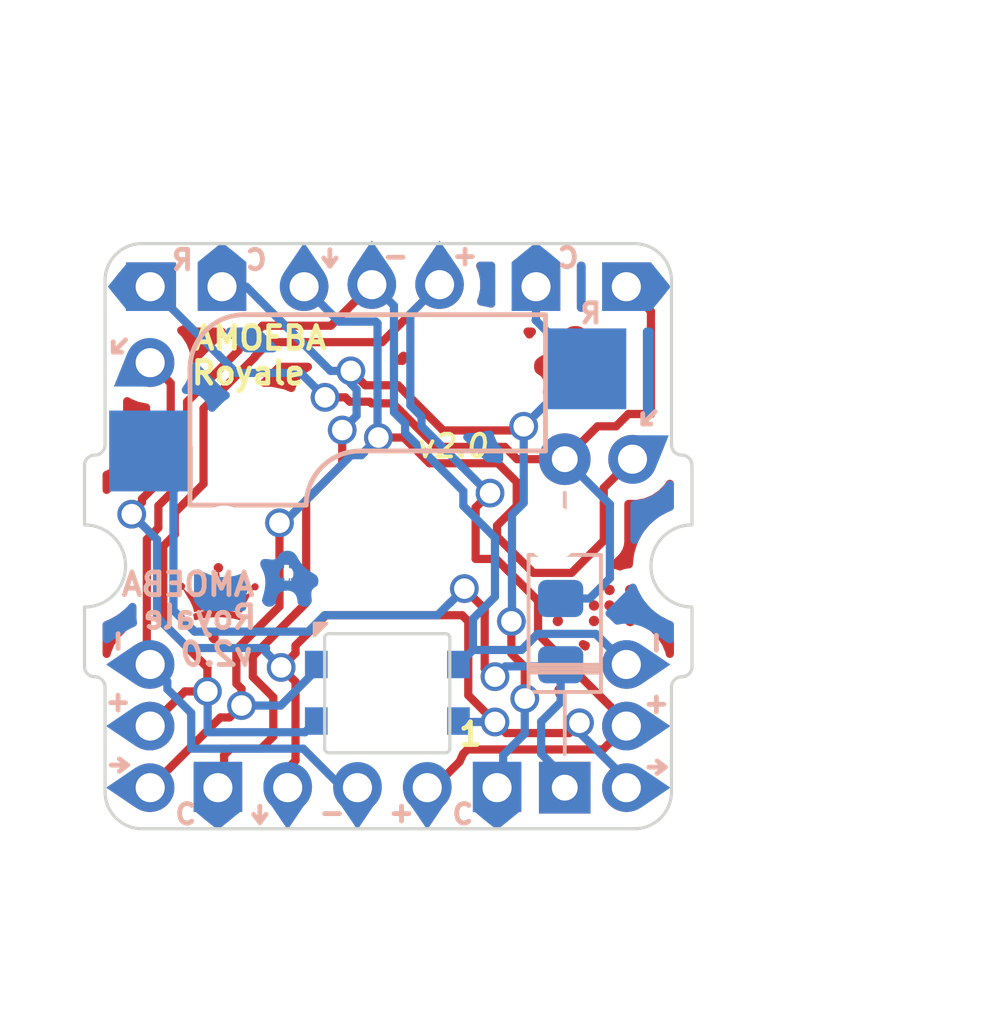
<source format=kicad_pcb>
(kicad_pcb (version 20171130) (host pcbnew 5.1.5-52549c5~84~ubuntu18.04.1)
  (layers (0 F.Cu signal) (31 B.Cu signal) (34 B.Paste user hide) (35 F.Paste user hide) (36 B.SilkS user) (37 F.SilkS user) (38 B.Mask user hide) (39 F.Mask user hide) (44 Edge.Cuts user))
  (net 0 "")
  (net 1 /key/SC0)
  (net 2 /key/SR0)
  (net 3 /key/switch/N-SD0)
  (net 4 /DIN)
  (net 5 /VDD)
  (net 6 /VSS)
  (net 7 /DOUT)
  (module amoeba-modules:Kailh_MX_Socket (layer B.Cu) (at 248.92 110.49 180)
    (fp_text reference S0 hide)
    (fp_text value MX1A hide)
    (pad "" np_thru_hole circle (at 5.08 0 180) (size 1.7 1.7) (drill 1.7) (layers *.Cu *.Mask))
    (pad "" np_thru_hole circle (at -5.08 0 180) (size 1.7 1.7) (drill 1.7) (layers *.Cu *.Mask))
    (pad 2 smd rect (at -6.09 5.08 180) (size 2.55 2.5) (layers B.Cu B.Paste B.Mask) (net 1 /key/SC0))
    (pad "" np_thru_hole circle (at 3.81 2.54 180) (size 2.95 2.95) (drill 2.95) (layers *.Cu *.Mask))
    (pad "" np_thru_hole circle (at -2.54 5.08 180) (size 2.95 2.95) (drill 2.95) (layers *.Cu *.Mask))
    (pad "" np_thru_hole circle (at 0 0 180) (size 3.98018 3.98018) (drill 3.98018) (layers *.Cu *.Mask))
    (pad 1 smd rect (at 7.36 2.54 180) (size 2.55 2.5) (layers B.Cu B.Paste B.Mask) (net 3 /key/switch/N-SD0))
  )
  (module Diode_SMD:D_0805_2012Metric_Pad1.15x1.40mm_HandSolder (layer B.Cu) (at 254.254 113.538 90)
    (fp_text reference D1 hide)
    (fp_text value DIODE)
    (pad 1 smd roundrect (at -1.025 0 90) (size 1.15 1.4) (layers B.Cu B.Paste B.Mask) (roundrect_rratio 0.217391) (net 3 /key/switch/N-SD0))
    (pad 2 smd roundrect (at 1.025 0 90) (size 1.15 1.4) (layers B.Cu B.Paste B.Mask) (roundrect_rratio 0.217391) (net 2 /key/SR0))
  )
  (module amoeba-modules:LED_SK6812MINI_PLCC4_3.5x3.5mm_P1.75mm_hole (layer B.Cu) (at 248.892 115.429)
    (fp_text reference LED0 hide)
    (fp_text value SK6812MINI)
    (fp_text user 1 (at 2.568 1.284) (layer F.SilkS) (effects (font (size 0.7 0.7))))
    (pad 2 smd rect (at 2.2 -0.875) (size 0.7 0.85) (layers B.Cu B.Paste B.Mask) (net 6 /VSS))
    (pad 1 smd rect (at 2.2 0.875) (size 0.7 0.85) (layers B.Cu B.Paste B.Mask) (net 7 /DOUT))
    (pad 3 smd rect (at -2.2 -0.875) (size 0.7 0.85) (layers B.Cu B.Paste B.Mask) (net 4 /DIN))
    (pad 4 smd rect (at -2.2 0.875) (size 0.7 0.85) (layers B.Cu B.Paste B.Mask) (net 5 /VDD))
  )
  (module mtl-braille (layer F.Cu) (at 255.2065 112.649)
    (fp_text reference mtl-braille hide)
    (fp_text value G*** hide)
    (fp_poly (pts (xy 1.36 0.560002) (xy 1.351843 0.610574) (xy 1.329129 0.654496) (xy 1.294494 0.689131) (xy 1.250572 0.711845) (xy 1.2 0.720003) (xy 1.149428 0.711845) (xy 1.105506 0.689131) (xy 1.070871 0.654496) (xy 1.048156 0.610574) (xy 1.039999 0.560002) (xy 1.048156 0.509429) (xy 1.070871 0.465508) (xy 1.105506 0.430873) (xy 1.149428 0.408159) (xy 1.2 0.400002) (xy 1.250572 0.408159) (xy 1.294494 0.430873) (xy 1.329129 0.465508) (xy 1.351843 0.509429) (xy 1.36 0.560002)) (layer F.Cu) (width 0.00254))
    (fp_poly (pts (xy 1.36 0.080004) (xy 1.351843 0.130576) (xy 1.329129 0.174498) (xy 1.294494 0.209133) (xy 1.250572 0.231847) (xy 1.2 0.240005) (xy 1.149428 0.231847) (xy 1.105506 0.209133) (xy 1.070871 0.174498) (xy 1.048156 0.130576) (xy 1.039999 0.080004) (xy 1.048156 0.029432) (xy 1.070871 -0.01449) (xy 1.105506 -0.049125) (xy 1.149428 -0.071839) (xy 1.2 -0.079996) (xy 1.250572 -0.071839) (xy 1.294494 -0.049125) (xy 1.329129 -0.01449) (xy 1.351843 0.029432) (xy 1.36 0.080004)) (layer F.Cu) (width 0.00254))
    (fp_poly (pts (xy 1.36 -0.399996) (xy 1.351843 -0.349425) (xy 1.329129 -0.305503) (xy 1.294494 -0.270867) (xy 1.250572 -0.248153) (xy 1.2 -0.239996) (xy 1.149428 -0.248153) (xy 1.105506 -0.270867) (xy 1.070871 -0.305503) (xy 1.048156 -0.349425) (xy 1.039999 -0.399996) (xy 1.048156 -0.450569) (xy 1.070871 -0.494491) (xy 1.105506 -0.529126) (xy 1.149428 -0.55184) (xy 1.2 -0.559997) (xy 1.250572 -0.55184) (xy 1.294494 -0.529126) (xy 1.329129 -0.494491) (xy 1.351843 -0.450569) (xy 1.36 -0.399996)) (layer F.Cu) (width 0.00254))
    (fp_poly (pts (xy 0.719999 0.080004) (xy 0.711842 0.130576) (xy 0.689128 0.174498) (xy 0.654493 0.209133) (xy 0.610571 0.231847) (xy 0.559999 0.240005) (xy 0.509427 0.231847) (xy 0.465505 0.209133) (xy 0.43087 0.174498) (xy 0.408155 0.130576) (xy 0.399998 0.080004) (xy 0.408155 0.029432) (xy 0.43087 -0.01449) (xy 0.465505 -0.049125) (xy 0.509427 -0.071839) (xy 0.559999 -0.079996) (xy 0.610571 -0.071839) (xy 0.654493 -0.049125) (xy 0.689128 -0.01449) (xy 0.711842 0.029432) (xy 0.719999 0.080004)) (layer F.Cu) (width 0.00254))
    (fp_poly (pts (xy 0.719999 -0.399996) (xy 0.711842 -0.349425) (xy 0.689128 -0.305503) (xy 0.654493 -0.270867) (xy 0.610571 -0.248153) (xy 0.559999 -0.239996) (xy 0.509427 -0.248153) (xy 0.465505 -0.270867) (xy 0.43087 -0.305503) (xy 0.408155 -0.349425) (xy 0.399998 -0.399996) (xy 0.408155 -0.450569) (xy 0.43087 -0.494491) (xy 0.465505 -0.529126) (xy 0.509427 -0.55184) (xy 0.559999 -0.559997) (xy 0.610571 -0.55184) (xy 0.654493 -0.529126) (xy 0.689128 -0.494491) (xy 0.711842 -0.450569) (xy 0.719999 -0.399996)) (layer F.Cu) (width 0.00254))
    (fp_poly (pts (xy 0.239998 0.560002) (xy 0.231841 0.610574) (xy 0.209128 0.654496) (xy 0.174492 0.689131) (xy 0.130571 0.711845) (xy 0.079998 0.720003) (xy 0.029426 0.711845) (xy -0.014495 0.689131) (xy -0.049131 0.654496) (xy -0.071845 0.610574) (xy -0.080002 0.560002) (xy -0.071845 0.509429) (xy -0.049131 0.465508) (xy -0.014495 0.430873) (xy 0.029426 0.408159) (xy 0.079998 0.400002) (xy 0.130571 0.408159) (xy 0.174492 0.430873) (xy 0.209128 0.465508) (xy 0.231841 0.509429) (xy 0.239998 0.560002)) (layer F.Cu) (width 0.00254))
    (fp_poly (pts (xy 0.239998 0.080004) (xy 0.231841 0.130576) (xy 0.209128 0.174498) (xy 0.174492 0.209133) (xy 0.130571 0.231847) (xy 0.079998 0.240005) (xy 0.029426 0.231847) (xy -0.014495 0.209133) (xy -0.049131 0.174498) (xy -0.071845 0.130576) (xy -0.080002 0.080004) (xy -0.071845 0.029432) (xy -0.049131 -0.01449) (xy -0.014495 -0.049125) (xy 0.029426 -0.071839) (xy 0.079998 -0.079996) (xy 0.130571 -0.071839) (xy 0.174492 -0.049125) (xy 0.209128 -0.01449) (xy 0.231841 0.029432) (xy 0.239998 0.080004)) (layer F.Cu) (width 0.00254))
    (fp_poly (pts (xy -0.400003 -0.399996) (xy -0.40816 -0.349425) (xy -0.430874 -0.305503) (xy -0.465509 -0.270867) (xy -0.50943 -0.248153) (xy -0.560003 -0.239996) (xy -0.610575 -0.248153) (xy -0.654496 -0.270867) (xy -0.689132 -0.305503) (xy -0.711846 -0.349425) (xy -0.720003 -0.399996) (xy -0.711846 -0.450569) (xy -0.689132 -0.494491) (xy -0.654496 -0.529126) (xy -0.610575 -0.55184) (xy -0.560003 -0.559997) (xy -0.50943 -0.55184) (xy -0.465509 -0.529126) (xy -0.430874 -0.494491) (xy -0.40816 -0.450569) (xy -0.400003 -0.399996)) (layer F.Cu) (width 0.00254))
    (fp_poly (pts (xy -0.88 0.560002) (xy -0.888157 0.610574) (xy -0.910871 0.654496) (xy -0.945507 0.689131) (xy -0.989428 0.711845) (xy -1.04 0.720003) (xy -1.090573 0.711845) (xy -1.134494 0.689131) (xy -1.16913 0.654496) (xy -1.191844 0.610574) (xy -1.2 0.560002) (xy -1.191844 0.509429) (xy -1.16913 0.465508) (xy -1.134494 0.430873) (xy -1.090573 0.408159) (xy -1.04 0.400002) (xy -0.989428 0.408159) (xy -0.945507 0.430873) (xy -0.910871 0.465508) (xy -0.888157 0.509429) (xy -0.88 0.560002)) (layer F.Cu) (width 0.00254))
    (fp_poly (pts (xy -0.88 -0.399996) (xy -0.888157 -0.349425) (xy -0.910871 -0.305503) (xy -0.945507 -0.270867) (xy -0.989428 -0.248153) (xy -1.04 -0.239996) (xy -1.090573 -0.248153) (xy -1.134494 -0.270867) (xy -1.16913 -0.305503) (xy -1.191844 -0.349425) (xy -1.2 -0.399996) (xy -1.191844 -0.450569) (xy -1.16913 -0.494491) (xy -1.134494 -0.529126) (xy -1.090573 -0.55184) (xy -1.04 -0.559997) (xy -0.989428 -0.55184) (xy -0.945507 -0.529126) (xy -0.910871 -0.494491) (xy -0.888157 -0.450569) (xy -0.88 -0.399996)) (layer F.Cu) (width 0.00254))
  )
  (module amoeba-modules:pad-arrow-round.34b (layer B.Cu) (at 241.427 105.156 180)
    (fp_text reference pad-arrow-round.34b hide)
    (fp_text value G*** hide)
    (fp_poly (pts (xy 0.304306 0.571669) (xy 0.262534 0.597923) (xy 0.219725 0.62111) (xy 0.176016 0.641258) (xy 0.131544 0.658393) (xy 0.086445 0.672542) (xy 0.040856 0.683731) (xy -0.005085 0.691987) (xy -0.051242 0.697337) (xy -0.097479 0.699807) (xy -0.143658 0.699424) (xy -0.189642 0.696215) (xy -0.235295 0.690205) (xy -0.28048 0.681422) (xy -0.32506 0.669892) (xy -0.368899 0.655642) (xy -0.411858 0.638698) (xy -0.453803 0.619087) (xy -0.494595 0.596836) (xy -0.534098 0.571971) (xy -0.572175 0.544519) (xy -0.60869 0.514506) (xy -0.643505 0.481959) (xy -0.676484 0.446904) (xy -0.707489 0.409369) (xy -0.736385 0.369379) (xy -0.762638 0.327607) (xy -0.785826 0.284799) (xy -0.805973 0.24109) (xy -0.823108 0.196617) (xy -0.837257 0.151519) (xy -0.848447 0.10593) (xy -0.856703 0.059989) (xy -0.862053 0.013832) (xy -0.864523 -0.032405) (xy -0.86414 -0.078584) (xy -0.86093 -0.124568) (xy -0.854921 -0.170221) (xy -0.846138 -0.215406) (xy -0.834608 -0.259986) (xy -0.820358 -0.303825) (xy -0.803414 -0.346785) (xy -0.783803 -0.388729) (xy -0.761552 -0.429521) (xy -0.736687 -0.469024) (xy -0.709234 -0.507102) (xy -0.679221 -0.543616) (xy -0.646675 -0.578431) (xy -0.61162 -0.61141) (xy -0.574085 -0.642416) (xy -0.534095 -0.671311) (xy -0.490184 -0.698722) (xy -0.445215 -0.722553) (xy -0.399318 -0.742899) (xy -0.352624 -0.759854) (xy -0.305266 -0.773511) (xy -0.257374 -0.783965) (xy -0.209079 -0.791309) (xy -0.160513 -0.795638) (xy -0.101848 -0.803295) (xy 0.996476 -0.79945) (xy 0.586134 0.216682) (xy 0.572169 0.246748) (xy 0.559525 0.271863) (xy 0.537374 0.315581) (xy 0.512575 0.357702) (xy 0.485059 0.398134) (xy 0.454757 0.436781) (xy 0.421599 0.473552) (xy 0.385517 0.508352) (xy 0.346442 0.541089) (xy 0.304305 0.571669) (xy 0.304306 0.571669)) (layer B.Cu) (width 0))
  )
  (module amoeba-modules:pad-arrow-round.34b (layer B.Cu) (at 256.6035 108.2675)
    (fp_text reference pad-arrow-round.34b hide)
    (fp_text value G*** hide)
    (fp_poly (pts (xy 0.304306 0.571669) (xy 0.262534 0.597923) (xy 0.219725 0.62111) (xy 0.176016 0.641258) (xy 0.131544 0.658393) (xy 0.086445 0.672542) (xy 0.040856 0.683731) (xy -0.005085 0.691987) (xy -0.051242 0.697337) (xy -0.097479 0.699807) (xy -0.143658 0.699424) (xy -0.189642 0.696215) (xy -0.235295 0.690205) (xy -0.28048 0.681422) (xy -0.32506 0.669892) (xy -0.368899 0.655642) (xy -0.411858 0.638698) (xy -0.453803 0.619087) (xy -0.494595 0.596836) (xy -0.534098 0.571971) (xy -0.572175 0.544519) (xy -0.60869 0.514506) (xy -0.643505 0.481959) (xy -0.676484 0.446904) (xy -0.707489 0.409369) (xy -0.736385 0.369379) (xy -0.762638 0.327607) (xy -0.785826 0.284799) (xy -0.805973 0.24109) (xy -0.823108 0.196617) (xy -0.837257 0.151519) (xy -0.848447 0.10593) (xy -0.856703 0.059989) (xy -0.862053 0.013832) (xy -0.864523 -0.032405) (xy -0.86414 -0.078584) (xy -0.86093 -0.124568) (xy -0.854921 -0.170221) (xy -0.846138 -0.215406) (xy -0.834608 -0.259986) (xy -0.820358 -0.303825) (xy -0.803414 -0.346785) (xy -0.783803 -0.388729) (xy -0.761552 -0.429521) (xy -0.736687 -0.469024) (xy -0.709234 -0.507102) (xy -0.679221 -0.543616) (xy -0.646675 -0.578431) (xy -0.61162 -0.61141) (xy -0.574085 -0.642416) (xy -0.534095 -0.671311) (xy -0.490184 -0.698722) (xy -0.445215 -0.722553) (xy -0.399318 -0.742899) (xy -0.352624 -0.759854) (xy -0.305266 -0.773511) (xy -0.257374 -0.783965) (xy -0.209079 -0.791309) (xy -0.160513 -0.795638) (xy -0.101848 -0.803295) (xy 0.996476 -0.79945) (xy 0.586134 0.216682) (xy 0.572169 0.246748) (xy 0.559525 0.271863) (xy 0.537374 0.315581) (xy 0.512575 0.357702) (xy 0.485059 0.398134) (xy 0.454757 0.436781) (xy 0.421599 0.473552) (xy 0.385517 0.508352) (xy 0.346442 0.541089) (xy 0.304305 0.571669) (xy 0.304306 0.571669)) (layer B.Cu) (width 0))
  )
  (module pad-arrow-square (layer B.Cu) (at 243.6495 118.618 270)
    (fp_text reference pad-arrow-square hide)
    (fp_text value G*** hide)
    (fp_poly (pts (xy -1.053924 -0.749653) (xy -1.053924 0.749653) (xy 0.445382 0.749653) (xy 0.754063 0.379236) (xy 1.053924 0) (xy 0.754063 -0.370417) (xy 0.445382 -0.749653) (xy -1.053924 -0.749653)) (layer B.Cu) (width 0.00254))
  )
  (module pad-arrow-square (layer B.Cu) (at 243.7765 102.5525 90)
    (fp_text reference pad-arrow-square hide)
    (fp_text value G*** hide)
    (fp_poly (pts (xy -1.053924 -0.749653) (xy -1.053924 0.749653) (xy 0.445382 0.749653) (xy 0.754063 0.379236) (xy 1.053924 0) (xy 0.754063 -0.370417) (xy 0.445382 -0.749653) (xy -1.053924 -0.749653)) (layer B.Cu) (width 0.00254))
  )
  (module amoeba-modules:SolderWirePad_1x01_Drill0.9mm_square (layer F.Cu) (at 243.6495 118.364)
    (fp_text reference SC1:0 hide)
    (fp_text value Conn_01x01)
    (pad 1 thru_hole rect (at 0 0) (size 1.5 1.5) (drill 0.9) (layers *.Cu *.Mask) (net 1 /key/SC0))
  )
  (module amoeba-modules:SolderWirePad_1x01_Drill0.9mm_square (layer F.Cu) (at 243.7765 102.87)
    (fp_text reference SC0:1 hide)
    (fp_text value Conn_01x01)
    (pad 1 thru_hole rect (at 0 0) (size 1.5 1.5) (drill 0.9) (layers *.Cu *.Mask) (net 1 /key/SC0))
  )
  (module amoeba-modules:amoeba-logo-small (layer B.Cu) (at 245.8085 111.887 180)
    (fp_text reference Amoeba-Logo-Small hide)
    (fp_text value G*** hide)
    (fp_poly (pts (xy -0.010752 0.84981) (xy 0.00619 0.41515) (xy 0.104339 0.41515) (xy 0.110518 0.406913) (xy 0.109827 0.317001) (xy 0.144146 0.317001) (xy 0.148951 0.303273) (xy 0.188757 0.302587) (xy 0.194249 0.299328) (xy 0.198368 0.293664) (xy 0.255334 0.163942) (xy 0.241604 0.158454) (xy 0.242294 0.136489) (xy 0.245728 0.137175) (xy 0.245728 0.095306) (xy 0.224449 0.013631) (xy 0.158756 0.013631) (xy 0.158756 0.004708) (xy 0.100418 0.004708) (xy 0.100418 -0.074223) (xy 0.08669 -0.087948) (xy 0.071593 -0.074223) (xy 0.072284 -0.045397) (xy 0.051691 -0.073536) (xy -0.021748 -0.073536) (xy -0.03685 -0.046083) (xy -0.03616 0.004022) (xy -0.073222 0.004022) (xy -0.072531 -0.074909) (xy -0.087633 -0.088634) (xy -0.103416 -0.074909) (xy -0.103416 0.004708) (xy -0.127439 0.004708) (xy -0.127439 0.015003) (xy -0.151463 0.013631) (xy -0.175483 0.095996) (xy -0.174792 0.135117) (xy -0.171361 0.135803) (xy -0.172052 0.158454) (xy -0.177545 0.158454) (xy -0.184405 0.163257) (xy -0.124695 0.297781) (xy -0.121433 0.301043) (xy -0.117144 0.302586) (xy -0.07871 0.302586) (xy -0.071845 0.317687) (xy -0.038919 0.317687) (xy -0.038919 0.407599) (xy 0.00619 0.41515) (xy -0.010752 0.84981) (xy -0.031108 0.849038) (xy -0.051396 0.846721) (xy -0.071615 0.842859) (xy -0.091766 0.837452) (xy -0.111848 0.8305) (xy -0.131861 0.822004) (xy -0.151806 0.811963) (xy -0.171682 0.800378) (xy -0.191489 0.787247) (xy -0.20892 0.773282) (xy -0.22555 0.756864) (xy -0.241269 0.738675) (xy -0.255969 0.719397) (xy -0.269538 0.699712) (xy -0.281869 0.680301) (xy -0.292851 0.661846) (xy -0.302375 0.645027) (xy -0.310331 0.630527) (xy -0.316611 0.619028) (xy -0.333178 0.58985) (xy -0.349831 0.56202) (xy -0.366554 0.535495) (xy -0.383332 0.510233) (xy -0.400149 0.486189) (xy -0.41699 0.463321) (xy -0.43384 0.441586) (xy -0.450683 0.42094) (xy -0.467503 0.401341) (xy -0.484285 0.382745) (xy -0.501014 0.36511) (xy -0.517674 0.348391) (xy -0.534249 0.332546) (xy -0.550725 0.317532) (xy -0.567086 0.303306) (xy -0.583316 0.289824) (xy -0.599399 0.277044) (xy -0.615321 0.264922) (xy -0.631066 0.253415) (xy -0.646618 0.24248) (xy -0.661963 0.232074) (xy -0.677084 0.222154) (xy -0.691965 0.212676) (xy -0.706593 0.203598) (xy -0.72095 0.194877) (xy -0.735023 0.186468) (xy -0.748794 0.17833) (xy -0.762249 0.170418) (xy -0.775373 0.162691) (xy -0.788149 0.155104) (xy -0.800562 0.147615) (xy -0.812598 0.14018) (xy -0.82424 0.132757) (xy -0.835473 0.125302) (xy -0.846281 0.117772) (xy -0.856649 0.110124) (xy -0.866562 0.102315) (xy -0.876004 0.094301) (xy -0.88496 0.08604) (xy -0.893414 0.077489) (xy -0.90135 0.068604) (xy -0.908754 0.059342) (xy -0.91561 0.04966) (xy -0.921902 0.039515) (xy -0.927615 0.028864) (xy -0.932733 0.017664) (xy -0.937241 0.005871) (xy -0.941124 -0.006557) (xy -0.944366 -0.019665) (xy -0.946951 -0.033494) (xy -0.948864 -0.048087) (xy -0.95009 -0.063489) (xy -0.950613 -0.079743) (xy -0.950412 -0.098682) (xy -0.949442 -0.116228) (xy -0.947743 -0.132455) (xy -0.945354 -0.147437) (xy -0.942314 -0.161248) (xy -0.938662 -0.173963) (xy -0.934438 -0.185654) (xy -0.929681 -0.196397) (xy -0.92443 -0.206266) (xy -0.918725 -0.215334) (xy -0.912605 -0.223676) (xy -0.906109 -0.231365) (xy -0.899276 -0.238477) (xy -0.892145 -0.245085) (xy -0.884757 -0.251264) (xy -0.87715 -0.257086) (xy -0.869363 -0.262627) (xy -0.861436 -0.267961) (xy -0.853408 -0.273162) (xy -0.845318 -0.278303) (xy -0.837205 -0.283459) (xy -0.82911 -0.288705) (xy -0.82107 -0.294113) (xy -0.813126 -0.299759) (xy -0.805316 -0.305717) (xy -0.79768 -0.31206) (xy -0.790258 -0.318862) (xy -0.783087 -0.326199) (xy -0.776209 -0.334143) (xy -0.769661 -0.34277) (xy -0.763484 -0.352153) (xy -0.757716 -0.362366) (xy -0.752397 -0.373483) (xy -0.747566 -0.385579) (xy -0.743262 -0.398728) (xy -0.739525 -0.413003) (xy -0.736393 -0.428479) (xy -0.733907 -0.445231) (xy -0.732105 -0.463331) (xy -0.731027 -0.482855) (xy -0.730711 -0.503876) (xy -0.731198 -0.526468) (xy -0.732527 -0.550707) (xy -0.734736 -0.576664) (xy -0.737865 -0.604416) (xy -0.741201 -0.632145) (xy -0.743628 -0.656922) (xy -0.744846 -0.679275) (xy -0.744558 -0.699733) (xy -0.742465 -0.718824) (xy -0.738267 -0.737078) (xy -0.731666 -0.755023) (xy -0.722364 -0.773188) (xy -0.710061 -0.792102) (xy -0.695935 -0.810192) (xy -0.680745 -0.826155) (xy -0.664491 -0.839989) (xy -0.647172 -0.851695) (xy -0.62879 -0.861272) (xy -0.609343 -0.868722) (xy -0.588832 -0.874042) (xy -0.567257 -0.877235) (xy -0.544618 -0.878299) (xy -0.514031 -0.878299) (xy -0.491787 -0.877448) (xy -0.470337 -0.874895) (xy -0.449682 -0.870639) (xy -0.429821 -0.864681) (xy -0.410755 -0.85702) (xy -0.392483 -0.847657) (xy -0.375005 -0.836592) (xy -0.356815 -0.822843) (xy -0.341175 -0.80755) (xy -0.328083 -0.790711) (xy -0.31754 -0.772328) (xy -0.309546 -0.752401) (xy -0.304101 -0.730928) (xy -0.304045 -0.728497) (xy -0.30375 -0.72154) (xy -0.30302 -0.710564) (xy -0.301663 -0.696075) (xy -0.299484 -0.678579) (xy -0.29629 -0.658584) (xy -0.291887 -0.636595) (xy -0.286082 -0.613118) (xy -0.278679 -0.58866) (xy -0.269486 -0.563727) (xy -0.25831 -0.538826) (xy -0.244955 -0.514463) (xy -0.229228 -0.491143) (xy -0.210937 -0.469375) (xy -0.189885 -0.449663) (xy -0.173204 -0.437096) (xy -0.155374 -0.425839) (xy -0.136514 -0.415887) (xy -0.116746 -0.407234) (xy -0.09619 -0.399876) (xy -0.074964 -0.393806) (xy -0.05319 -0.389019) (xy -0.030986 -0.385509) (xy -0.008475 -0.383271) (xy 0.014226 -0.3823) (xy 0.036996 -0.38259) (xy 0.059714 -0.384135) (xy 0.08226 -0.38693) (xy 0.104516 -0.390969) (xy 0.12636 -0.396247) (xy 0.147673 -0.402758) (xy 0.168334 -0.410497) (xy 0.188224 -0.419459) (xy 0.207223 -0.429637) (xy 0.22521 -0.441026) (xy 0.242066 -0.453621) (xy 0.26341 -0.473301) (xy 0.282062 -0.495052) (xy 0.298202 -0.518366) (xy 0.312013 -0.542736) (xy 0.323674 -0.567652) (xy 0.333366 -0.592607) (xy 0.341271 -0.617092) (xy 0.347568 -0.640601) (xy 0.352439 -0.662623) (xy 0.356065 -0.682651) (xy 0.358626 -0.700178) (xy 0.360303 -0.714694) (xy 0.361277 -0.725692) (xy 0.361729 -0.732663) (xy 0.361839 -0.7351) (xy 0.366899 -0.754912) (xy 0.374661 -0.773565) (xy 0.385127 -0.791059) (xy 0.398296 -0.807395) (xy 0.414168 -0.822572) (xy 0.432744 -0.836591) (xy 0.451551 -0.849335) (xy 0.470899 -0.859762) (xy 0.490788 -0.867872) (xy 0.511217 -0.873664) (xy 0.532187 -0.87714) (xy 0.553697 -0.878299) (xy 0.584284 -0.878299) (xy 0.606683 -0.8772) (xy 0.628155 -0.873905) (xy 0.6487 -0.868412) (xy 0.668318 -0.860723) (xy 0.68701 -0.850836) (xy 0.704774 -0.838753) (xy 0.721612 -0.824473) (xy 0.737523 -0.807996) (xy 0.752507 -0.789322) (xy 0.765183 -0.771307) (xy 0.775883 -0.754925) (xy 0.784393 -0.739205) (xy 0.790499 -0.723176) (xy 0.79399 -0.705867) (xy 0.794652 -0.686308) (xy 0.792271 -0.663526) (xy 0.786635 -0.636553) (xy 0.777531 -0.604416) (xy 0.766001 -0.566339) (xy 0.755432 -0.529323) (xy 0.745798 -0.493347) (xy 0.737071 -0.45839) (xy 0.729223 -0.424434) (xy 0.722226 -0.391458) (xy 0.716055 -0.359442) (xy 0.71068 -0.328366) (xy 0.706074 -0.298212) (xy 0.70221 -0.268957) (xy 0.69906 -0.240584) (xy 0.696597 -0.213071) (xy 0.694793 -0.1864) (xy 0.69362 -0.160549) (xy 0.693052 -0.1355) (xy 0.693061 -0.111231) (xy 0.693618 -0.087725) (xy 0.694697 -0.064959) (xy 0.69627 -0.042915) (xy 0.698309 -0.021573) (xy 0.700788 -0.000913) (xy 0.703678 0.019086) (xy 0.706951 0.038442) (xy 0.710582 0.057176) (xy 0.714541 0.075309) (xy 0.718801 0.092858) (xy 0.723335 0.109846) (xy 0.728116 0.126291) (xy 0.733115 0.142213) (xy 0.738306 0.157633) (xy 0.74366 0.17257) (xy 0.74915 0.187044) (xy 0.754749 0.201074) (xy 0.760429 0.214682) (xy 0.766163 0.227887) (xy 0.771923 0.240708) (xy 0.777682 0.253166) (xy 0.783411 0.26528) (xy 0.789085 0.27707) (xy 0.794674 0.288557) (xy 0.800151 0.29976) (xy 0.80549 0.310699) (xy 0.810662 0.321393) (xy 0.815639 0.331864) (xy 0.820396 0.342131) (xy 0.824903 0.352213) (xy 0.829133 0.36213) (xy 0.833059 0.371903) (xy 0.836654 0.381551) (xy 0.839889 0.391095) (xy 0.842738 0.400553) (xy 0.845172 0.409947) (xy 0.847164 0.419295) (xy 0.848687 0.428618) (xy 0.849713 0.437936) (xy 0.850215 0.447268) (xy 0.850165 0.456635) (xy 0.849535 0.466057) (xy 0.848299 0.475552) (xy 0.846427 0.485142) (xy 0.843894 0.494846) (xy 0.840672 0.504683) (xy 0.833347 0.522158) (xy 0.824854 0.537428) (xy 0.815258 0.550622) (xy 0.804623 0.56187) (xy 0.793014 0.571301) (xy 0.780494 0.579045) (xy 0.767129 0.585233) (xy 0.752984 0.589994) (xy 0.738121 0.593456) (xy 0.722607 0.595752) (xy 0.706505 0.597009) (xy 0.689879 0.597357) (xy 0.672795 0.596927) (xy 0.655317 0.595849) (xy 0.637508 0.59425) (xy 0.619435 0.592263) (xy 0.60116 0.590016) (xy 0.582749 0.587638) (xy 0.564266 0.585261) (xy 0.545775 0.583013) (xy 0.527341 0.581024) (xy 0.509029 0.579424) (xy 0.490902 0.578342) (xy 0.473026 0.577909) (xy 0.455464 0.578253) (xy 0.438282 0.579506) (xy 0.421543 0.581796) (xy 0.405312 0.585253) (xy 0.389654 0.590007) (xy 0.374633 0.596188) (xy 0.360313 0.603925) (xy 0.346759 0.613348) (xy 0.334036 0.624587) (xy 0.325065 0.635372) (xy 0.314923 0.650385) (xy 0.303585 0.668594) (xy 0.291022 0.688969) (xy 0.277208 0.710478) (xy 0.262117 0.732091) (xy 0.245722 0.752778) (xy 0.227995 0.771507) (xy 0.20891 0.787247) (xy 0.188828 0.800378) (xy 0.168747 0.811963) (xy 0.148665 0.822004) (xy 0.128584 0.8305) (xy 0.108502 0.837452) (xy 0.088421 0.842859) (xy 0.06834 0.846721) (xy 0.048258 0.849038) (xy 0.028176 0.84981) (xy -0.010752 0.84981)) (layer B.Cu) (width 0))
  )
  (module amoeba-modules:amoeba-logo (layer F.Cu) (at 254.6985 105.2195)
    (fp_text reference Amoeba-Logo hide)
    (fp_text value G*** hide)
    (fp_poly (pts (xy -0.014336 -1.13308) (xy 0.008254 -0.553533) (xy 0.139118 -0.553533) (xy 0.147357 -0.542551) (xy 0.146436 -0.422669) (xy 0.192194 -0.422669) (xy 0.198601 -0.404364) (xy 0.251677 -0.403449) (xy 0.258998 -0.399104) (xy 0.264491 -0.391552) (xy 0.340445 -0.21859) (xy 0.322138 -0.211272) (xy 0.323059 -0.181985) (xy 0.327637 -0.182899) (xy 0.327637 -0.127075) (xy 0.299266 -0.018174) (xy 0.211675 -0.018174) (xy 0.211675 -0.006278) (xy 0.133891 -0.006278) (xy 0.133891 0.098963) (xy 0.115587 0.117263) (xy 0.095457 0.098963) (xy 0.096378 0.060529) (xy 0.068921 0.098049) (xy -0.028998 0.098049) (xy -0.049133 0.061444) (xy -0.048213 -0.005363) (xy -0.097629 -0.005363) (xy -0.096709 0.099878) (xy -0.116844 0.118178) (xy -0.137888 0.099878) (xy -0.137888 -0.006278) (xy -0.169919 -0.006278) (xy -0.169919 -0.020004) (xy -0.201951 -0.018175) (xy -0.233977 -0.127995) (xy -0.233056 -0.180156) (xy -0.228481 -0.18107) (xy -0.229402 -0.211272) (xy -0.236727 -0.211272) (xy -0.245874 -0.217676) (xy -0.16626 -0.397041) (xy -0.161911 -0.401391) (xy -0.156193 -0.403449) (xy -0.104946 -0.403449) (xy -0.095793 -0.423583) (xy -0.051892 -0.423583) (xy -0.051892 -0.543465) (xy 0.008254 -0.553533) (xy -0.014336 -1.13308) (xy -0.041478 -1.13205) (xy -0.068528 -1.128961) (xy -0.095487 -1.123811) (xy -0.122354 -1.116602) (xy -0.14913 -1.107334) (xy -0.175815 -1.096006) (xy -0.202408 -1.082618) (xy -0.228909 -1.06717) (xy -0.255318 -1.049663) (xy -0.27856 -1.031042) (xy -0.300733 -1.009152) (xy -0.321693 -0.9849) (xy -0.341291 -0.959197) (xy -0.359384 -0.93295) (xy -0.375825 -0.907068) (xy -0.390467 -0.882461) (xy -0.403166 -0.860036) (xy -0.413775 -0.840703) (xy -0.422148 -0.82537) (xy -0.444237 -0.786466) (xy -0.466441 -0.74936) (xy -0.488739 -0.713993) (xy -0.511109 -0.68031) (xy -0.533532 -0.648252) (xy -0.555987 -0.617761) (xy -0.578453 -0.588781) (xy -0.60091 -0.561254) (xy -0.623337 -0.535122) (xy -0.645713 -0.510327) (xy -0.668018 -0.486813) (xy -0.690232 -0.464521) (xy -0.712332 -0.443395) (xy -0.7343 -0.423377) (xy -0.756114 -0.404408) (xy -0.777754 -0.386433) (xy -0.799199 -0.369392) (xy -0.820428 -0.353229) (xy -0.841421 -0.337887) (xy -0.862158 -0.323307) (xy -0.882617 -0.309432) (xy -0.902778 -0.296205) (xy -0.922621 -0.283569) (xy -0.942124 -0.271464) (xy -0.961267 -0.259836) (xy -0.98003 -0.248624) (xy -0.998392 -0.237773) (xy -1.016332 -0.227225) (xy -1.03383 -0.216921) (xy -1.050865 -0.206806) (xy -1.067416 -0.19682) (xy -1.083464 -0.186907) (xy -1.098986 -0.17701) (xy -1.113963 -0.167069) (xy -1.128374 -0.157029) (xy -1.142199 -0.146832) (xy -1.155416 -0.13642) (xy -1.168006 -0.125735) (xy -1.179946 -0.114721) (xy -1.191218 -0.103319) (xy -1.2018 -0.091472) (xy -1.211672 -0.079123) (xy -1.220813 -0.066214) (xy -1.229202 -0.052687) (xy -1.23682 -0.038486) (xy -1.243644 -0.023552) (xy -1.249655 -0.007828) (xy -1.254832 0.008743) (xy -1.259154 0.026219) (xy -1.262601 0.044658) (xy -1.265152 0.064117) (xy -1.266787 0.084653) (xy -1.267484 0.106324) (xy -1.267216 0.131576) (xy -1.265923 0.154971) (xy -1.263657 0.176607) (xy -1.260472 0.196583) (xy -1.256418 0.214998) (xy -1.251549 0.23195) (xy -1.245917 0.247539) (xy -1.239575 0.261863) (xy -1.232574 0.275021) (xy -1.224967 0.287112) (xy -1.216807 0.298234) (xy -1.208145 0.308487) (xy -1.199034 0.31797) (xy -1.189527 0.32678) (xy -1.179676 0.335018) (xy -1.169533 0.342782) (xy -1.159151 0.35017) (xy -1.148581 0.357281) (xy -1.137877 0.364215) (xy -1.12709 0.371071) (xy -1.116274 0.377946) (xy -1.105479 0.38494) (xy -1.09476 0.392151) (xy -1.084168 0.399679) (xy -1.073755 0.407622) (xy -1.063574 0.41608) (xy -1.053677 0.42515) (xy -1.044116 0.434932) (xy -1.034945 0.445525) (xy -1.026215 0.457027) (xy -1.017978 0.469537) (xy -1.010288 0.483154) (xy -1.003196 0.497978) (xy -0.996754 0.514105) (xy -0.991016 0.531637) (xy -0.986033 0.550671) (xy -0.981858 0.571306) (xy -0.978542 0.593641) (xy -0.97614 0.617775) (xy -0.974702 0.643806) (xy -0.974282 0.671834) (xy -0.974931 0.701958) (xy -0.976702 0.734275) (xy -0.979648 0.768886) (xy -0.98382 0.805888) (xy -0.988268 0.84286) (xy -0.991504 0.875896) (xy -0.993128 0.9057) (xy -0.992744 0.932977) (xy -0.989953 0.958432) (xy -0.984356 0.982771) (xy -0.975555 1.006698) (xy -0.963152 1.030918) (xy -0.946748 1.056135) (xy -0.927914 1.080256) (xy -0.90766 1.10154) (xy -0.885988 1.119985) (xy -0.862896 1.135593) (xy -0.838386 1.148363) (xy -0.812457 1.158295) (xy -0.785109 1.16539) (xy -0.756342 1.169647) (xy -0.726157 1.171066) (xy -0.685375 1.171066) (xy -0.655716 1.169931) (xy -0.627116 1.166526) (xy -0.599576 1.160852) (xy -0.573095 1.152907) (xy -0.547673 1.142693) (xy -0.52331 1.13021) (xy -0.500007 1.115456) (xy -0.475754 1.097125) (xy -0.4549 1.076733) (xy -0.437444 1.054282) (xy -0.423387 1.029771) (xy -0.412728 1.003201) (xy -0.405468 0.974571) (xy -0.405394 0.971329) (xy -0.404999 0.962053) (xy -0.404027 0.947418) (xy -0.402217 0.9281) (xy -0.399312 0.904773) (xy -0.395054 0.878112) (xy -0.389183 0.848793) (xy -0.381442 0.81749) (xy -0.371572 0.78488) (xy -0.359315 0.751636) (xy -0.344413 0.718435) (xy -0.326607 0.68595) (xy -0.305638 0.654858) (xy -0.281249 0.625833) (xy -0.253181 0.599551) (xy -0.230939 0.582794) (xy -0.207165 0.567785) (xy -0.182019 0.554515) (xy -0.155662 0.542979) (xy -0.128253 0.533168) (xy -0.099952 0.525074) (xy -0.070919 0.518691) (xy -0.041315 0.514012) (xy -0.011299 0.511028) (xy 0.018968 0.509733) (xy 0.049327 0.51012) (xy 0.079618 0.51218) (xy 0.109681 0.515906) (xy 0.139354 0.521292) (xy 0.16848 0.528329) (xy 0.196897 0.537011) (xy 0.224445 0.54733) (xy 0.250966 0.559278) (xy 0.276297 0.572849) (xy 0.30028 0.588035) (xy 0.322754 0.604828) (xy 0.351213 0.631068) (xy 0.376082 0.660069) (xy 0.397603 0.691155) (xy 0.416017 0.723647) (xy 0.431565 0.756869) (xy 0.444488 0.790142) (xy 0.455028 0.82279) (xy 0.463424 0.854134) (xy 0.469919 0.883497) (xy 0.474753 0.910202) (xy 0.478168 0.93357) (xy 0.480404 0.952925) (xy 0.481703 0.967589) (xy 0.482305 0.976884) (xy 0.482452 0.980133) (xy 0.489198 1.006549) (xy 0.499548 1.031419) (xy 0.513502 1.054746) (xy 0.531061 1.076527) (xy 0.552224 1.096763) (xy 0.576992 1.115455) (xy 0.602068 1.132447) (xy 0.627866 1.146349) (xy 0.654384 1.157162) (xy 0.681622 1.164886) (xy 0.709582 1.16952) (xy 0.738263 1.171065) (xy 0.779045 1.171065) (xy 0.80891 1.1696) (xy 0.83754 1.165206) (xy 0.864933 1.157883) (xy 0.891091 1.14763) (xy 0.916013 1.134449) (xy 0.939699 1.118338) (xy 0.962149 1.099297) (xy 0.983364 1.077328) (xy 1.003343 1.052429) (xy 1.020244 1.028409) (xy 1.03451 1.006566) (xy 1.045857 0.985606) (xy 1.053999 0.964234) (xy 1.058653 0.941156) (xy 1.059536 0.915077) (xy 1.056362 0.884702) (xy 1.048847 0.848737) (xy 1.036708 0.805887) (xy 1.021334 0.755119) (xy 1.007243 0.705764) (xy 0.994397 0.657795) (xy 0.982761 0.611187) (xy 0.972297 0.565912) (xy 0.962969 0.521944) (xy 0.95474 0.479256) (xy 0.947573 0.437822) (xy 0.941432 0.397616) (xy 0.93628 0.35861) (xy 0.93208 0.320779) (xy 0.928796 0.284095) (xy 0.92639 0.248533) (xy 0.924827 0.214065) (xy 0.92407 0.180666) (xy 0.924081 0.148309) (xy 0.924824 0.116966) (xy 0.926263 0.086612) (xy 0.92836 0.05722) (xy 0.931079 0.028764) (xy 0.934384 0.001217) (xy 0.938237 -0.025447) (xy 0.942602 -0.051256) (xy 0.947442 -0.076235) (xy 0.952721 -0.100411) (xy 0.958401 -0.123811) (xy 0.964447 -0.146461) (xy 0.970821 -0.168388) (xy 0.977487 -0.189618) (xy 0.984407 -0.210177) (xy 0.991546 -0.230093) (xy 0.998867 -0.249391) (xy 1.006332 -0.268099) (xy 1.013906 -0.286243) (xy 1.021551 -0.303849) (xy 1.029231 -0.320944) (xy 1.036909 -0.337554) (xy 1.044549 -0.353706) (xy 1.052113 -0.369427) (xy 1.059565 -0.384743) (xy 1.066868 -0.39968) (xy 1.073986 -0.414265) (xy 1.080882 -0.428525) (xy 1.087519 -0.442486) (xy 1.093861 -0.456174) (xy 1.09987 -0.469617) (xy 1.105511 -0.48284) (xy 1.110746 -0.495871) (xy 1.115538 -0.508735) (xy 1.119852 -0.521459) (xy 1.12365 -0.534071) (xy 1.126896 -0.546595) (xy 1.129552 -0.55906) (xy 1.131583 -0.571491) (xy 1.132951 -0.583915) (xy 1.13362 -0.596358) (xy 1.133553 -0.608847) (xy 1.132714 -0.621409) (xy 1.131065 -0.634069) (xy 1.12857 -0.646856) (xy 1.125193 -0.659794) (xy 1.120896 -0.672911) (xy 1.111129 -0.696211) (xy 1.099805 -0.716571) (xy 1.08701 -0.734163) (xy 1.072831 -0.749159) (xy 1.057351 -0.761734) (xy 1.040659 -0.772061) (xy 1.022839 -0.780311) (xy 1.003978 -0.786658) (xy 0.984162 -0.791275) (xy 0.963476 -0.794335) (xy 0.942006 -0.796011) (xy 0.919839 -0.796476) (xy 0.89706 -0.795903) (xy 0.873755 -0.794465) (xy 0.850011 -0.792334) (xy 0.825913 -0.789684) (xy 0.801547 -0.786688) (xy 0.776999 -0.783518) (xy 0.752354 -0.780348) (xy 0.7277 -0.77735) (xy 0.703122 -0.774698) (xy 0.678705 -0.772565) (xy 0.654536 -0.771123) (xy 0.630701 -0.770545) (xy 0.607286 -0.771004) (xy 0.584376 -0.772674) (xy 0.562057 -0.775728) (xy 0.540416 -0.780337) (xy 0.519539 -0.786676) (xy 0.49951 -0.794917) (xy 0.480417 -0.805233) (xy 0.462345 -0.817797) (xy 0.445381 -0.832782) (xy 0.433419 -0.847163) (xy 0.419898 -0.86718) (xy 0.404779 -0.891459) (xy 0.388029 -0.918625) (xy 0.369611 -0.947304) (xy 0.34949 -0.976122) (xy 0.327629 -1.003704) (xy 0.303993 -1.028676) (xy 0.278547 -1.049663) (xy 0.251771 -1.06717) (xy 0.224996 -1.082618) (xy 0.19822 -1.096006) (xy 0.171445 -1.107334) (xy 0.14467 -1.116603) (xy 0.117895 -1.123812) (xy 0.091119 -1.128961) (xy 0.064344 -1.13205) (xy 0.037569 -1.13308) (xy -0.014336 -1.13308)) (layer F.Cu) (width 0))
  )
  (module amoeba-modules:royale (layer F.Cu) (at 243.6495 112.3315)
    (fp_text reference Royale hide)
    (fp_text value G*** hide)
    (fp_poly (pts (xy 0.014986 -0.914757) (xy -0.008639 -0.912863) (xy -0.031056 -0.907377) (xy -0.051962 -0.898594) (xy -0.071057 -0.886808) (xy -0.08804 -0.872315) (xy -0.10261 -0.855408) (xy -0.114466 -0.836383) (xy -0.123307 -0.815535) (xy -0.128832 -0.793158) (xy -0.130741 -0.769546) (xy -0.128765 -0.745774) (xy -0.123052 -0.723384) (xy -0.113927 -0.702646) (xy -0.101714 -0.683828) (xy -0.086738 -0.667199) (xy -0.069322 -0.653029) (xy -0.049792 -0.641585) (xy -0.028471 -0.633137) (xy -0.005684 -0.627953) (xy -0.008159 -0.600054) (xy -0.01072 -0.571855) (xy -0.013381 -0.543399) (xy -0.016151 -0.514727) (xy -0.019041 -0.485882) (xy -0.022062 -0.456907) (xy -0.025225 -0.427845) (xy -0.028542 -0.398736) (xy -0.032022 -0.369625) (xy -0.035677 -0.340553) (xy -0.039517 -0.311564) (xy -0.043554 -0.282698) (xy -0.047798 -0.254) (xy -0.052261 -0.225511) (xy -0.056953 -0.197273) (xy -0.061885 -0.16933) (xy -0.067068 -0.141723) (xy -0.072512 -0.114496) (xy -0.07823 -0.08769) (xy -0.084231 -0.061348) (xy -0.090527 -0.035513) (xy -0.097128 -0.010226) (xy -0.104046 0.014469) (xy -0.11129 0.03853) (xy -0.118873 0.061915) (xy -0.126805 0.084582) (xy -0.135097 0.106487) (xy -0.14376 0.127588) (xy -0.152804 0.147843) (xy -0.162241 0.16721) (xy -0.172081 0.185646) (xy -0.182336 0.203108) (xy -0.193016 0.219554) (xy -0.204132 0.234942) (xy -0.215695 0.24923) (xy -0.227716 0.262373) (xy -0.240206 0.274332) (xy -0.253176 0.285061) (xy -0.266636 0.294521) (xy -0.280598 0.302667) (xy -0.295072 0.309458) (xy -0.312086 0.31556) (xy -0.329834 0.319821) (xy -0.348268 0.322316) (xy -0.367342 0.323118) (xy -0.387009 0.3223) (xy -0.407222 0.319938) (xy -0.427934 0.316103) (xy -0.449098 0.310871) (xy -0.470669 0.304314) (xy -0.492597 0.296507) (xy -0.514838 0.287523) (xy -0.537344 0.277437) (xy -0.560067 0.266321) (xy -0.582962 0.25425) (xy -0.605982 0.241298) (xy -0.629078 0.227537) (xy -0.652206 0.213043) (xy -0.675317 0.197889) (xy -0.698365 0.182148) (xy -0.721304 0.165894) (xy -0.744085 0.149201) (xy -0.766663 0.132143) (xy -0.78899 0.114794) (xy -0.81102 0.097227) (xy -0.832706 0.079516) (xy -0.854001 0.061735) (xy -0.874858 0.043957) (xy -0.89523 0.026257) (xy -0.91507 0.008708) (xy -0.934332 -0.008616) (xy -0.952969 -0.025641) (xy -0.970933 -0.042294) (xy -0.988178 -0.058501) (xy -1.004658 -0.074187) (xy -1.020324 -0.08928) (xy -1.035131 -0.103706) (xy -1.049031 -0.11739) (xy -1.035247 -0.13371) (xy -1.024462 -0.152224) (xy -1.017436 -0.172699) (xy -1.014925 -0.194904) (xy -1.017198 -0.21756) (xy -1.023721 -0.238684) (xy -1.034045 -0.257817) (xy -1.047725 -0.2745) (xy -1.064314 -0.288275) (xy -1.083364 -0.298682) (xy -1.104429 -0.305263) (xy -1.127063 -0.307559) (xy -1.149718 -0.305263) (xy -1.170842 -0.298682) (xy -1.189975 -0.288275) (xy -1.206659 -0.2745) (xy -1.220433 -0.257817) (xy -1.230841 -0.238684) (xy -1.237422 -0.21756) (xy -1.239717 -0.194904) (xy -1.237422 -0.172271) (xy -1.230841 -0.151206) (xy -1.220433 -0.132155) (xy -1.206659 -0.115567) (xy -1.189975 -0.101887) (xy -1.170842 -0.091562) (xy -1.149718 -0.08504) (xy -1.127063 -0.082766) (xy -1.105947 -0.082353) (xy -1.091025 -0.086662) (xy -1.07642 -0.095169) (xy -0.860929 0.2676) (xy -0.84557 0.296825) (xy -0.83131 0.3253) (xy -0.818133 0.353022) (xy -0.806019 0.379988) (xy -0.794952 0.406197) (xy -0.784913 0.431646) (xy -0.775885 0.456333) (xy -0.767849 0.480256) (xy -0.760789 0.503414) (xy -0.754686 0.525802) (xy -0.749522 0.547421) (xy -0.74528 0.568266) (xy -0.741942 0.588337) (xy -0.73949 0.607631) (xy -0.717755 0.601171) (xy -0.695661 0.594884) (xy -0.673218 0.588775) (xy -0.650432 0.58285) (xy -0.627313 0.577113) (xy -0.603867 0.571572) (xy -0.580103 0.56623) (xy -0.55603 0.561095) (xy -0.531655 0.55617) (xy -0.506986 0.551462) (xy -0.482032 0.546976) (xy -0.456801 0.542718) (xy -0.4313 0.538693) (xy -0.405539 0.534906) (xy -0.379524 0.531363) (xy -0.353264 0.528071) (xy -0.326767 0.525033) (xy -0.300042 0.522256) (xy -0.273096 0.519745) (xy -0.245937 0.517505) (xy -0.218574 0.515543) (xy -0.191015 0.513863) (xy -0.163267 0.512471) (xy -0.13534 0.511373) (xy -0.10724 0.510574) (xy -0.078976 0.51008) (xy -0.050556 0.509895) (xy -0.021989 0.510027) (xy 0.006718 0.510479) (xy 0.035781 0.510795) (xy 0.064636 0.511394) (xy 0.09328 0.512274) (xy 0.121709 0.513432) (xy 0.149919 0.514862) (xy 0.177906 0.516563) (xy 0.205665 0.51853) (xy 0.233194 0.52076) (xy 0.260487 0.52325) (xy 0.287541 0.525995) (xy 0.314353 0.528993) (xy 0.340917 0.53224) (xy 0.36723 0.535732) (xy 0.393289 0.539465) (xy 0.419088 0.543437) (xy 0.444624 0.547644) (xy 0.469894 0.552083) (xy 0.494892 0.556749) (xy 0.519616 0.561639) (xy 0.544061 0.56675) (xy 0.568223 0.572078) (xy 0.592098 0.57762) (xy 0.615683 0.583372) (xy 0.638972 0.58933) (xy 0.661963 0.595492) (xy 0.684651 0.601853) (xy 0.707032 0.608411) (xy 0.729103 0.615161) (xy 0.750859 0.6221) (xy 0.754077 0.602604) (xy 0.757917 0.582466) (xy 0.762452 0.561676) (xy 0.767761 0.540219) (xy 0.773918 0.518083) (xy 0.781 0.495255) (xy 0.789082 0.471723) (xy 0.79824 0.447474) (xy 0.808551 0.422494) (xy 0.820091 0.396772) (xy 0.832934 0.370295) (xy 0.847158 0.34305) (xy 0.862838 0.315023) (xy 0.88005 0.286203) (xy 1.096057 -0.083283) (xy 1.112222 -0.075298) (xy 1.129551 -0.069185) (xy 1.147734 -0.066747) (xy 1.170389 -0.06902) (xy 1.191513 -0.075543) (xy 1.210646 -0.085867) (xy 1.22733 -0.099547) (xy 1.241104 -0.116136) (xy 1.251512 -0.135186) (xy 1.258093 -0.156251) (xy 1.260388 -0.178885) (xy 1.258093 -0.20154) (xy 1.251512 -0.222664) (xy 1.241104 -0.241797) (xy 1.22733 -0.25848) (xy 1.210646 -0.272255) (xy 1.191513 -0.282663) (xy 1.170389 -0.289244) (xy 1.147734 -0.291539) (xy 1.1251 -0.289244) (xy 1.104035 -0.282663) (xy 1.084985 -0.272255) (xy 1.068396 -0.25848) (xy 1.054716 -0.241797) (xy 1.044392 -0.222664) (xy 1.037869 -0.20154) (xy 1.035596 -0.178885) (xy 1.038352 -0.158346) (xy 1.045745 -0.138094) (xy 1.056461 -0.118988) (xy 1.069186 -0.101887) (xy 1.055481 -0.088812) (xy 1.040825 -0.074967) (xy 1.025266 -0.060429) (xy 1.008854 -0.045272) (xy 0.991636 -0.029571) (xy 0.973662 -0.013401) (xy 0.95498 0.003162) (xy 0.935639 0.020043) (xy 0.915688 0.037169) (xy 0.895175 0.054462) (xy 0.874149 0.071848) (xy 0.852658 0.089253) (xy 0.830753 0.1066) (xy 0.80848 0.123815) (xy 0.785889 0.140822) (xy 0.763029 0.157547) (xy 0.739947 0.173915) (xy 0.716694 0.18985) (xy 0.693318 0.205277) (xy 0.669866 0.220121) (xy 0.646389 0.234307) (xy 0.622935 0.24776) (xy 0.599552 0.260404) (xy 0.576289 0.272165) (xy 0.553194 0.282968) (xy 0.530318 0.292737) (xy 0.507707 0.301397) (xy 0.485412 0.308873) (xy 0.46348 0.315091) (xy 0.44196 0.319974) (xy 0.420902 0.323448) (xy 0.400353 0.325437) (xy 0.380362 0.325868) (xy 0.360979 0.324663) (xy 0.342251 0.321749) (xy 0.324228 0.31705) (xy 0.306958 0.310491) (xy 0.292135 0.290394) (xy 0.277904 0.269869) (xy 0.264252 0.248932) (xy 0.251164 0.227602) (xy 0.238627 0.205897) (xy 0.226626 0.183833) (xy 0.215149 0.161428) (xy 0.204181 0.138701) (xy 0.193708 0.115668) (xy 0.183718 0.092347) (xy 0.174194 0.068756) (xy 0.165125 0.044913) (xy 0.156496 0.020834) (xy 0.148294 -0.003462) (xy 0.140503 -0.027957) (xy 0.133112 -0.052635) (xy 0.126105 -0.077478) (xy 0.119469 -0.102467) (xy 0.113191 -0.127586) (xy 0.107256 -0.152816) (xy 0.10165 -0.178141) (xy 0.09636 -0.203542) (xy 0.091372 -0.229002) (xy 0.086672 -0.254504) (xy 0.082247 -0.280029) (xy 0.078082 -0.30556) (xy 0.074163 -0.33108) (xy 0.070477 -0.356571) (xy 0.06701 -0.382016) (xy 0.063748 -0.407396) (xy 0.060678 -0.432694) (xy 0.057785 -0.457893) (xy 0.055055 -0.482974) (xy 0.052476 -0.507921) (xy 0.050032 -0.532716) (xy 0.047711 -0.557341) (xy 0.045498 -0.581778) (xy 0.043379 -0.60601) (xy 0.041341 -0.63002) (xy 0.065629 -0.634154) (xy 0.081584 -0.638536) (xy 0.097926 -0.647369) (xy 0.113881 -0.660219) (xy 0.128674 -0.676652) (xy 0.141528 -0.696236) (xy 0.15167 -0.718535) (xy 0.158324 -0.743116) (xy 0.160714 -0.769546) (xy 0.158805 -0.793158) (xy 0.15328 -0.815535) (xy 0.144439 -0.836383) (xy 0.132583 -0.855408) (xy 0.118013 -0.872315) (xy 0.10103 -0.886808) (xy 0.081935 -0.898594) (xy 0.061029 -0.907377) (xy 0.038612 -0.912863) (xy 0.014986 -0.914757)) (layer F.Cu) (width 0))
    (fp_poly (pts (xy 0.010881 0.588236) (xy -0.017417 0.588148) (xy -0.045578 0.588326) (xy -0.073592 0.58877) (xy -0.10145 0.58948) (xy -0.129143 0.590455) (xy -0.156661 0.591693) (xy -0.183995 0.593196) (xy -0.211135 0.594961) (xy -0.238071 0.596989) (xy -0.264795 0.599279) (xy -0.291296 0.60183) (xy -0.317566 0.604642) (xy -0.343595 0.607714) (xy -0.369373 0.611045) (xy -0.394892 0.614635) (xy -0.42014 0.618484) (xy -0.44511 0.62259) (xy -0.469792 0.626954) (xy -0.494176 0.631574) (xy -0.518252 0.63645) (xy -0.542012 0.641581) (xy -0.565446 0.646967) (xy -0.588544 0.652608) (xy -0.611297 0.658502) (xy -0.633695 0.664649) (xy -0.655729 0.671048) (xy -0.677391 0.6777) (xy -0.698669 0.684602) (xy -0.719555 0.691756) (xy -0.711948 0.715918) (xy -0.706104 0.738891) (xy -0.701807 0.761229) (xy -0.698844 0.783486) (xy -0.697001 0.806217) (xy -0.675717 0.80001) (xy -0.654074 0.793965) (xy -0.632082 0.788087) (xy -0.609746 0.782382) (xy -0.587074 0.776855) (xy -0.564073 0.771512) (xy -0.540749 0.766358) (xy -0.51711 0.7614) (xy -0.493164 0.756642) (xy -0.468916 0.752091) (xy -0.444374 0.747752) (xy -0.419545 0.74363) (xy -0.394437 0.739732) (xy -0.369055 0.736062) (xy -0.343408 0.732627) (xy -0.317502 0.729433) (xy -0.291344 0.726484) (xy -0.264942 0.723786) (xy -0.238302 0.721346) (xy -0.211431 0.719168) (xy -0.184337 0.717258) (xy -0.157026 0.715623) (xy -0.129506 0.714267) (xy -0.101784 0.713196) (xy -0.073866 0.712416) (xy -0.045759 0.711932) (xy -0.017472 0.711751) (xy 0.01099 0.711877) (xy 0.039441 0.712296) (xy 0.067696 0.712991) (xy 0.095751 0.713959) (xy 0.123601 0.715197) (xy 0.151238 0.716702) (xy 0.178659 0.71847) (xy 0.205858 0.7205) (xy 0.23283 0.722787) (xy 0.259568 0.72533) (xy 0.286068 0.728125) (xy 0.312324 0.731169) (xy 0.338331 0.734459) (xy 0.364083 0.737993) (xy 0.389575 0.741767) (xy 0.414802 0.745779) (xy 0.439757 0.750024) (xy 0.464437 0.754502) (xy 0.488834 0.759208) (xy 0.512945 0.76414) (xy 0.536763 0.769294) (xy 0.560283 0.774669) (xy 0.5835 0.78026) (xy 0.606408 0.786065) (xy 0.629002 0.792081) (xy 0.651276 0.798304) (xy 0.673225 0.804733) (xy 0.694844 0.811365) (xy 0.716127 0.818195) (xy 0.718037 0.797218) (xy 0.721583 0.77593) (xy 0.726584 0.75417) (xy 0.732858 0.731778) (xy 0.740225 0.708594) (xy 0.719575 0.701196) (xy 0.698535 0.694017) (xy 0.677112 0.687058) (xy 0.655313 0.68032) (xy 0.633148 0.673805) (xy 0.610622 0.667514) (xy 0.587744 0.661449) (xy 0.564522 0.655612) (xy 0.540963 0.650003) (xy 0.517076 0.644625) (xy 0.492866 0.639479) (xy 0.468343 0.634567) (xy 0.443514 0.629889) (xy 0.418387 0.625448) (xy 0.392968 0.621245) (xy 0.367267 0.617281) (xy 0.34129 0.613559) (xy 0.315046 0.610079) (xy 0.288541 0.606842) (xy 0.261784 0.603852) (xy 0.234783 0.601108) (xy 0.207544 0.598614) (xy 0.180076 0.596369) (xy 0.152387 0.594375) (xy 0.124483 0.592635) (xy 0.096373 0.59115) (xy 0.068064 0.58992) (xy 0.039564 0.588949) (xy 0.010881 0.588236)) (layer F.Cu) (width 0.094155))
  )
  (module pad-arrow-square (layer B.Cu) (at 256.6035 102.87)
    (fp_text reference pad-arrow-square hide)
    (fp_text value G*** hide)
    (fp_poly (pts (xy -1.053924 -0.749653) (xy -1.053924 0.749653) (xy 0.445382 0.749653) (xy 0.754063 0.379236) (xy 1.053924 0) (xy 0.754063 -0.370417) (xy 0.445382 -0.749653) (xy -1.053924 -0.749653)) (layer B.Cu) (width 0.00254))
  )
  (module pad-arrow-round (layer B.Cu) (at 256.6035 116.459)
    (fp_text reference pad-arrow-round hide)
    (fp_text value G*** hide)
    (fp_poly (pts (xy -0.295451 -0.749653) (xy -0.346799 -0.747924) (xy -0.397215 -0.742813) (xy -0.446588 -0.73443) (xy -0.494805 -0.722888) (xy -0.541757 -0.708297) (xy -0.587331 -0.690768) (xy -0.631416 -0.670414) (xy -0.673901 -0.647346) (xy -0.714674 -0.621674) (xy -0.753623 -0.593511) (xy -0.790639 -0.562968) (xy -0.825608 -0.530156) (xy -0.85842 -0.495187) (xy -0.888963 -0.458172) (xy -0.917126 -0.419222) (xy -0.942797 -0.378449) (xy -0.965866 -0.335965) (xy -0.98622 -0.291879) (xy -1.003748 -0.246305) (xy -1.018339 -0.199354) (xy -1.029882 -0.151136) (xy -1.038264 -0.101764) (xy -1.043376 -0.051348) (xy -1.045104 0) (xy -1.043376 0.051348) (xy -1.038264 0.101764) (xy -1.029882 0.151136) (xy -1.018339 0.199354) (xy -1.003748 0.246306) (xy -0.98622 0.29188) (xy -0.965866 0.335965) (xy -0.942797 0.378449) (xy -0.917126 0.419222) (xy -0.888963 0.458172) (xy -0.85842 0.495187) (xy -0.825608 0.530156) (xy -0.790639 0.562968) (xy -0.753623 0.593511) (xy -0.714674 0.621674) (xy -0.673901 0.647346) (xy -0.631416 0.670414) (xy -0.587331 0.690768) (xy -0.541757 0.708297) (xy -0.494805 0.722888) (xy -0.446588 0.73443) (xy -0.397215 0.742813) (xy -0.346799 0.747924) (xy -0.295451 0.749653) (xy -0.24372 0.747823) (xy -0.193112 0.742433) (xy -0.143684 0.733635) (xy -0.095493 0.72158) (xy -0.048594 0.70642) (xy -0.003044 0.688306) (xy 0.041101 0.667388) (xy 0.083785 0.643819) (xy 0.136701 0.617361) (xy 1.045104 0) (xy 0.136701 -0.612951) (xy 0.108311 -0.630069) (xy 0.083785 -0.643819) (xy 0.040974 -0.667677) (xy -0.003139 -0.68873) (xy -0.04856 -0.706862) (xy -0.095293 -0.721957) (xy -0.143344 -0.7339) (xy -0.192717 -0.742574) (xy -0.243418 -0.747864) (xy -0.295451 -0.749653)) (layer B.Cu) (width 0.00254))
  )
  (module pad-arrow-round (layer B.Cu) (at 256.6035 118.364)
    (fp_text reference pad-arrow-round hide)
    (fp_text value G*** hide)
    (fp_poly (pts (xy -0.295451 -0.749653) (xy -0.346799 -0.747924) (xy -0.397215 -0.742813) (xy -0.446588 -0.73443) (xy -0.494805 -0.722888) (xy -0.541757 -0.708297) (xy -0.587331 -0.690768) (xy -0.631416 -0.670414) (xy -0.673901 -0.647346) (xy -0.714674 -0.621674) (xy -0.753623 -0.593511) (xy -0.790639 -0.562968) (xy -0.825608 -0.530156) (xy -0.85842 -0.495187) (xy -0.888963 -0.458172) (xy -0.917126 -0.419222) (xy -0.942797 -0.378449) (xy -0.965866 -0.335965) (xy -0.98622 -0.291879) (xy -1.003748 -0.246305) (xy -1.018339 -0.199354) (xy -1.029882 -0.151136) (xy -1.038264 -0.101764) (xy -1.043376 -0.051348) (xy -1.045104 0) (xy -1.043376 0.051348) (xy -1.038264 0.101764) (xy -1.029882 0.151136) (xy -1.018339 0.199354) (xy -1.003748 0.246306) (xy -0.98622 0.29188) (xy -0.965866 0.335965) (xy -0.942797 0.378449) (xy -0.917126 0.419222) (xy -0.888963 0.458172) (xy -0.85842 0.495187) (xy -0.825608 0.530156) (xy -0.790639 0.562968) (xy -0.753623 0.593511) (xy -0.714674 0.621674) (xy -0.673901 0.647346) (xy -0.631416 0.670414) (xy -0.587331 0.690768) (xy -0.541757 0.708297) (xy -0.494805 0.722888) (xy -0.446588 0.73443) (xy -0.397215 0.742813) (xy -0.346799 0.747924) (xy -0.295451 0.749653) (xy -0.24372 0.747823) (xy -0.193112 0.742433) (xy -0.143684 0.733635) (xy -0.095493 0.72158) (xy -0.048594 0.70642) (xy -0.003044 0.688306) (xy 0.041101 0.667388) (xy 0.083785 0.643819) (xy 0.136701 0.617361) (xy 1.045104 0) (xy 0.136701 -0.612951) (xy 0.108311 -0.630069) (xy 0.083785 -0.643819) (xy 0.040974 -0.667677) (xy -0.003139 -0.68873) (xy -0.04856 -0.706862) (xy -0.095293 -0.721957) (xy -0.143344 -0.7339) (xy -0.192717 -0.742574) (xy -0.243418 -0.747864) (xy -0.295451 -0.749653)) (layer B.Cu) (width 0.00254))
  )
  (module pad-arrow-round (layer B.Cu) (at 241.2365 116.459 180)
    (fp_text reference pad-arrow-round hide)
    (fp_text value G*** hide)
    (fp_poly (pts (xy -0.295451 -0.749653) (xy -0.346799 -0.747924) (xy -0.397215 -0.742813) (xy -0.446588 -0.73443) (xy -0.494805 -0.722888) (xy -0.541757 -0.708297) (xy -0.587331 -0.690768) (xy -0.631416 -0.670414) (xy -0.673901 -0.647346) (xy -0.714674 -0.621674) (xy -0.753623 -0.593511) (xy -0.790639 -0.562968) (xy -0.825608 -0.530156) (xy -0.85842 -0.495187) (xy -0.888963 -0.458172) (xy -0.917126 -0.419222) (xy -0.942797 -0.378449) (xy -0.965866 -0.335965) (xy -0.98622 -0.291879) (xy -1.003748 -0.246305) (xy -1.018339 -0.199354) (xy -1.029882 -0.151136) (xy -1.038264 -0.101764) (xy -1.043376 -0.051348) (xy -1.045104 0) (xy -1.043376 0.051348) (xy -1.038264 0.101764) (xy -1.029882 0.151136) (xy -1.018339 0.199354) (xy -1.003748 0.246306) (xy -0.98622 0.29188) (xy -0.965866 0.335965) (xy -0.942797 0.378449) (xy -0.917126 0.419222) (xy -0.888963 0.458172) (xy -0.85842 0.495187) (xy -0.825608 0.530156) (xy -0.790639 0.562968) (xy -0.753623 0.593511) (xy -0.714674 0.621674) (xy -0.673901 0.647346) (xy -0.631416 0.670414) (xy -0.587331 0.690768) (xy -0.541757 0.708297) (xy -0.494805 0.722888) (xy -0.446588 0.73443) (xy -0.397215 0.742813) (xy -0.346799 0.747924) (xy -0.295451 0.749653) (xy -0.24372 0.747823) (xy -0.193112 0.742433) (xy -0.143684 0.733635) (xy -0.095493 0.72158) (xy -0.048594 0.70642) (xy -0.003044 0.688306) (xy 0.041101 0.667388) (xy 0.083785 0.643819) (xy 0.136701 0.617361) (xy 1.045104 0) (xy 0.136701 -0.612951) (xy 0.108311 -0.630069) (xy 0.083785 -0.643819) (xy 0.040974 -0.667677) (xy -0.003139 -0.68873) (xy -0.04856 -0.706862) (xy -0.095293 -0.721957) (xy -0.143344 -0.7339) (xy -0.192717 -0.742574) (xy -0.243418 -0.747864) (xy -0.295451 -0.749653)) (layer B.Cu) (width 0.00254))
  )
  (module pad-arrow-round (layer B.Cu) (at 241.2365 114.554 180)
    (fp_text reference pad-arrow-round hide)
    (fp_text value G*** hide)
    (fp_poly (pts (xy -0.295451 -0.749653) (xy -0.346799 -0.747924) (xy -0.397215 -0.742813) (xy -0.446588 -0.73443) (xy -0.494805 -0.722888) (xy -0.541757 -0.708297) (xy -0.587331 -0.690768) (xy -0.631416 -0.670414) (xy -0.673901 -0.647346) (xy -0.714674 -0.621674) (xy -0.753623 -0.593511) (xy -0.790639 -0.562968) (xy -0.825608 -0.530156) (xy -0.85842 -0.495187) (xy -0.888963 -0.458172) (xy -0.917126 -0.419222) (xy -0.942797 -0.378449) (xy -0.965866 -0.335965) (xy -0.98622 -0.291879) (xy -1.003748 -0.246305) (xy -1.018339 -0.199354) (xy -1.029882 -0.151136) (xy -1.038264 -0.101764) (xy -1.043376 -0.051348) (xy -1.045104 0) (xy -1.043376 0.051348) (xy -1.038264 0.101764) (xy -1.029882 0.151136) (xy -1.018339 0.199354) (xy -1.003748 0.246306) (xy -0.98622 0.29188) (xy -0.965866 0.335965) (xy -0.942797 0.378449) (xy -0.917126 0.419222) (xy -0.888963 0.458172) (xy -0.85842 0.495187) (xy -0.825608 0.530156) (xy -0.790639 0.562968) (xy -0.753623 0.593511) (xy -0.714674 0.621674) (xy -0.673901 0.647346) (xy -0.631416 0.670414) (xy -0.587331 0.690768) (xy -0.541757 0.708297) (xy -0.494805 0.722888) (xy -0.446588 0.73443) (xy -0.397215 0.742813) (xy -0.346799 0.747924) (xy -0.295451 0.749653) (xy -0.24372 0.747823) (xy -0.193112 0.742433) (xy -0.143684 0.733635) (xy -0.095493 0.72158) (xy -0.048594 0.70642) (xy -0.003044 0.688306) (xy 0.041101 0.667388) (xy 0.083785 0.643819) (xy 0.136701 0.617361) (xy 1.045104 0) (xy 0.136701 -0.612951) (xy 0.108311 -0.630069) (xy 0.083785 -0.643819) (xy 0.040974 -0.667677) (xy -0.003139 -0.68873) (xy -0.04856 -0.706862) (xy -0.095293 -0.721957) (xy -0.143344 -0.7339) (xy -0.192717 -0.742574) (xy -0.243418 -0.747864) (xy -0.295451 -0.749653)) (layer B.Cu) (width 0.00254))
  )
  (module pad-arrow-round (layer B.Cu) (at 250.5075 102.489 90)
    (fp_text reference pad-arrow-round hide)
    (fp_text value G*** hide)
    (fp_poly (pts (xy -0.295451 -0.749653) (xy -0.346799 -0.747924) (xy -0.397215 -0.742813) (xy -0.446588 -0.73443) (xy -0.494805 -0.722888) (xy -0.541757 -0.708297) (xy -0.587331 -0.690768) (xy -0.631416 -0.670414) (xy -0.673901 -0.647346) (xy -0.714674 -0.621674) (xy -0.753623 -0.593511) (xy -0.790639 -0.562968) (xy -0.825608 -0.530156) (xy -0.85842 -0.495187) (xy -0.888963 -0.458172) (xy -0.917126 -0.419222) (xy -0.942797 -0.378449) (xy -0.965866 -0.335965) (xy -0.98622 -0.291879) (xy -1.003748 -0.246305) (xy -1.018339 -0.199354) (xy -1.029882 -0.151136) (xy -1.038264 -0.101764) (xy -1.043376 -0.051348) (xy -1.045104 0) (xy -1.043376 0.051348) (xy -1.038264 0.101764) (xy -1.029882 0.151136) (xy -1.018339 0.199354) (xy -1.003748 0.246306) (xy -0.98622 0.29188) (xy -0.965866 0.335965) (xy -0.942797 0.378449) (xy -0.917126 0.419222) (xy -0.888963 0.458172) (xy -0.85842 0.495187) (xy -0.825608 0.530156) (xy -0.790639 0.562968) (xy -0.753623 0.593511) (xy -0.714674 0.621674) (xy -0.673901 0.647346) (xy -0.631416 0.670414) (xy -0.587331 0.690768) (xy -0.541757 0.708297) (xy -0.494805 0.722888) (xy -0.446588 0.73443) (xy -0.397215 0.742813) (xy -0.346799 0.747924) (xy -0.295451 0.749653) (xy -0.24372 0.747823) (xy -0.193112 0.742433) (xy -0.143684 0.733635) (xy -0.095493 0.72158) (xy -0.048594 0.70642) (xy -0.003044 0.688306) (xy 0.041101 0.667388) (xy 0.083785 0.643819) (xy 0.136701 0.617361) (xy 1.045104 0) (xy 0.136701 -0.612951) (xy 0.108311 -0.630069) (xy 0.083785 -0.643819) (xy 0.040974 -0.667677) (xy -0.003139 -0.68873) (xy -0.04856 -0.706862) (xy -0.095293 -0.721957) (xy -0.143344 -0.7339) (xy -0.192717 -0.742574) (xy -0.243418 -0.747864) (xy -0.295451 -0.749653)) (layer B.Cu) (width 0.00254))
  )
  (module amoeba-modules:SolderWirePad_1x01_Drill0.9mm_round (layer F.Cu) (at 246.3165 102.87)
    (fp_text reference DIN0:1 hide)
    (fp_text value Conn_01x01_Female)
    (pad 1 thru_hole circle (at 0 0) (size 1.5 1.5) (drill 0.9) (layers *.Cu *.Mask) (net 4 /DIN))
  )
  (module pad-arrow-round (layer B.Cu) (at 247.9675 118.618 270)
    (fp_text reference pad-arrow-round hide)
    (fp_text value G*** hide)
    (fp_poly (pts (xy -0.295451 -0.749653) (xy -0.346799 -0.747924) (xy -0.397215 -0.742813) (xy -0.446588 -0.73443) (xy -0.494805 -0.722888) (xy -0.541757 -0.708297) (xy -0.587331 -0.690768) (xy -0.631416 -0.670414) (xy -0.673901 -0.647346) (xy -0.714674 -0.621674) (xy -0.753623 -0.593511) (xy -0.790639 -0.562968) (xy -0.825608 -0.530156) (xy -0.85842 -0.495187) (xy -0.888963 -0.458172) (xy -0.917126 -0.419222) (xy -0.942797 -0.378449) (xy -0.965866 -0.335965) (xy -0.98622 -0.291879) (xy -1.003748 -0.246305) (xy -1.018339 -0.199354) (xy -1.029882 -0.151136) (xy -1.038264 -0.101764) (xy -1.043376 -0.051348) (xy -1.045104 0) (xy -1.043376 0.051348) (xy -1.038264 0.101764) (xy -1.029882 0.151136) (xy -1.018339 0.199354) (xy -1.003748 0.246306) (xy -0.98622 0.29188) (xy -0.965866 0.335965) (xy -0.942797 0.378449) (xy -0.917126 0.419222) (xy -0.888963 0.458172) (xy -0.85842 0.495187) (xy -0.825608 0.530156) (xy -0.790639 0.562968) (xy -0.753623 0.593511) (xy -0.714674 0.621674) (xy -0.673901 0.647346) (xy -0.631416 0.670414) (xy -0.587331 0.690768) (xy -0.541757 0.708297) (xy -0.494805 0.722888) (xy -0.446588 0.73443) (xy -0.397215 0.742813) (xy -0.346799 0.747924) (xy -0.295451 0.749653) (xy -0.24372 0.747823) (xy -0.193112 0.742433) (xy -0.143684 0.733635) (xy -0.095493 0.72158) (xy -0.048594 0.70642) (xy -0.003044 0.688306) (xy 0.041101 0.667388) (xy 0.083785 0.643819) (xy 0.136701 0.617361) (xy 1.045104 0) (xy 0.136701 -0.612951) (xy 0.108311 -0.630069) (xy 0.083785 -0.643819) (xy 0.040974 -0.667677) (xy -0.003139 -0.68873) (xy -0.04856 -0.706862) (xy -0.095293 -0.721957) (xy -0.143344 -0.7339) (xy -0.192717 -0.742574) (xy -0.243418 -0.747864) (xy -0.295451 -0.749653)) (layer B.Cu) (width 0.00254))
  )
  (module pad-arrow-round (layer B.Cu) (at 245.8085 118.618 270)
    (fp_text reference pad-arrow-round hide)
    (fp_text value G*** hide)
    (fp_poly (pts (xy -0.295451 -0.749653) (xy -0.346799 -0.747924) (xy -0.397215 -0.742813) (xy -0.446588 -0.73443) (xy -0.494805 -0.722888) (xy -0.541757 -0.708297) (xy -0.587331 -0.690768) (xy -0.631416 -0.670414) (xy -0.673901 -0.647346) (xy -0.714674 -0.621674) (xy -0.753623 -0.593511) (xy -0.790639 -0.562968) (xy -0.825608 -0.530156) (xy -0.85842 -0.495187) (xy -0.888963 -0.458172) (xy -0.917126 -0.419222) (xy -0.942797 -0.378449) (xy -0.965866 -0.335965) (xy -0.98622 -0.291879) (xy -1.003748 -0.246305) (xy -1.018339 -0.199354) (xy -1.029882 -0.151136) (xy -1.038264 -0.101764) (xy -1.043376 -0.051348) (xy -1.045104 0) (xy -1.043376 0.051348) (xy -1.038264 0.101764) (xy -1.029882 0.151136) (xy -1.018339 0.199354) (xy -1.003748 0.246306) (xy -0.98622 0.29188) (xy -0.965866 0.335965) (xy -0.942797 0.378449) (xy -0.917126 0.419222) (xy -0.888963 0.458172) (xy -0.85842 0.495187) (xy -0.825608 0.530156) (xy -0.790639 0.562968) (xy -0.753623 0.593511) (xy -0.714674 0.621674) (xy -0.673901 0.647346) (xy -0.631416 0.670414) (xy -0.587331 0.690768) (xy -0.541757 0.708297) (xy -0.494805 0.722888) (xy -0.446588 0.73443) (xy -0.397215 0.742813) (xy -0.346799 0.747924) (xy -0.295451 0.749653) (xy -0.24372 0.747823) (xy -0.193112 0.742433) (xy -0.143684 0.733635) (xy -0.095493 0.72158) (xy -0.048594 0.70642) (xy -0.003044 0.688306) (xy 0.041101 0.667388) (xy 0.083785 0.643819) (xy 0.136701 0.617361) (xy 1.045104 0) (xy 0.136701 -0.612951) (xy 0.108311 -0.630069) (xy 0.083785 -0.643819) (xy 0.040974 -0.667677) (xy -0.003139 -0.68873) (xy -0.04856 -0.706862) (xy -0.095293 -0.721957) (xy -0.143344 -0.7339) (xy -0.192717 -0.742574) (xy -0.243418 -0.747864) (xy -0.295451 -0.749653)) (layer B.Cu) (width 0.00254))
  )
  (module pad-arrow-round (layer B.Cu) (at 250.1265 118.618 270)
    (fp_text reference pad-arrow-round hide)
    (fp_text value G*** hide)
    (fp_poly (pts (xy -0.295451 -0.749653) (xy -0.346799 -0.747924) (xy -0.397215 -0.742813) (xy -0.446588 -0.73443) (xy -0.494805 -0.722888) (xy -0.541757 -0.708297) (xy -0.587331 -0.690768) (xy -0.631416 -0.670414) (xy -0.673901 -0.647346) (xy -0.714674 -0.621674) (xy -0.753623 -0.593511) (xy -0.790639 -0.562968) (xy -0.825608 -0.530156) (xy -0.85842 -0.495187) (xy -0.888963 -0.458172) (xy -0.917126 -0.419222) (xy -0.942797 -0.378449) (xy -0.965866 -0.335965) (xy -0.98622 -0.291879) (xy -1.003748 -0.246305) (xy -1.018339 -0.199354) (xy -1.029882 -0.151136) (xy -1.038264 -0.101764) (xy -1.043376 -0.051348) (xy -1.045104 0) (xy -1.043376 0.051348) (xy -1.038264 0.101764) (xy -1.029882 0.151136) (xy -1.018339 0.199354) (xy -1.003748 0.246306) (xy -0.98622 0.29188) (xy -0.965866 0.335965) (xy -0.942797 0.378449) (xy -0.917126 0.419222) (xy -0.888963 0.458172) (xy -0.85842 0.495187) (xy -0.825608 0.530156) (xy -0.790639 0.562968) (xy -0.753623 0.593511) (xy -0.714674 0.621674) (xy -0.673901 0.647346) (xy -0.631416 0.670414) (xy -0.587331 0.690768) (xy -0.541757 0.708297) (xy -0.494805 0.722888) (xy -0.446588 0.73443) (xy -0.397215 0.742813) (xy -0.346799 0.747924) (xy -0.295451 0.749653) (xy -0.24372 0.747823) (xy -0.193112 0.742433) (xy -0.143684 0.733635) (xy -0.095493 0.72158) (xy -0.048594 0.70642) (xy -0.003044 0.688306) (xy 0.041101 0.667388) (xy 0.083785 0.643819) (xy 0.136701 0.617361) (xy 1.045104 0) (xy 0.136701 -0.612951) (xy 0.108311 -0.630069) (xy 0.083785 -0.643819) (xy 0.040974 -0.667677) (xy -0.003139 -0.68873) (xy -0.04856 -0.706862) (xy -0.095293 -0.721957) (xy -0.143344 -0.7339) (xy -0.192717 -0.742574) (xy -0.243418 -0.747864) (xy -0.295451 -0.749653)) (layer B.Cu) (width 0.00254))
  )
  (module pad-arrow-round (layer B.Cu) (at 246.3165 102.5525 90)
    (fp_text reference pad-arrow-round hide)
    (fp_text value G*** hide)
    (fp_poly (pts (xy -0.295451 -0.749653) (xy -0.346799 -0.747924) (xy -0.397215 -0.742813) (xy -0.446588 -0.73443) (xy -0.494805 -0.722888) (xy -0.541757 -0.708297) (xy -0.587331 -0.690768) (xy -0.631416 -0.670414) (xy -0.673901 -0.647346) (xy -0.714674 -0.621674) (xy -0.753623 -0.593511) (xy -0.790639 -0.562968) (xy -0.825608 -0.530156) (xy -0.85842 -0.495187) (xy -0.888963 -0.458172) (xy -0.917126 -0.419222) (xy -0.942797 -0.378449) (xy -0.965866 -0.335965) (xy -0.98622 -0.291879) (xy -1.003748 -0.246305) (xy -1.018339 -0.199354) (xy -1.029882 -0.151136) (xy -1.038264 -0.101764) (xy -1.043376 -0.051348) (xy -1.045104 0) (xy -1.043376 0.051348) (xy -1.038264 0.101764) (xy -1.029882 0.151136) (xy -1.018339 0.199354) (xy -1.003748 0.246306) (xy -0.98622 0.29188) (xy -0.965866 0.335965) (xy -0.942797 0.378449) (xy -0.917126 0.419222) (xy -0.888963 0.458172) (xy -0.85842 0.495187) (xy -0.825608 0.530156) (xy -0.790639 0.562968) (xy -0.753623 0.593511) (xy -0.714674 0.621674) (xy -0.673901 0.647346) (xy -0.631416 0.670414) (xy -0.587331 0.690768) (xy -0.541757 0.708297) (xy -0.494805 0.722888) (xy -0.446588 0.73443) (xy -0.397215 0.742813) (xy -0.346799 0.747924) (xy -0.295451 0.749653) (xy -0.24372 0.747823) (xy -0.193112 0.742433) (xy -0.143684 0.733635) (xy -0.095493 0.72158) (xy -0.048594 0.70642) (xy -0.003044 0.688306) (xy 0.041101 0.667388) (xy 0.083785 0.643819) (xy 0.136701 0.617361) (xy 1.045104 0) (xy 0.136701 -0.612951) (xy 0.108311 -0.630069) (xy 0.083785 -0.643819) (xy 0.040974 -0.667677) (xy -0.003139 -0.68873) (xy -0.04856 -0.706862) (xy -0.095293 -0.721957) (xy -0.143344 -0.7339) (xy -0.192717 -0.742574) (xy -0.243418 -0.747864) (xy -0.295451 -0.749653)) (layer B.Cu) (width 0.00254))
  )
  (module pad-arrow-round (layer B.Cu) (at 248.412 102.489 90)
    (fp_text reference pad-arrow-round hide)
    (fp_text value G*** hide)
    (fp_poly (pts (xy -0.295451 -0.749653) (xy -0.346799 -0.747924) (xy -0.397215 -0.742813) (xy -0.446588 -0.73443) (xy -0.494805 -0.722888) (xy -0.541757 -0.708297) (xy -0.587331 -0.690768) (xy -0.631416 -0.670414) (xy -0.673901 -0.647346) (xy -0.714674 -0.621674) (xy -0.753623 -0.593511) (xy -0.790639 -0.562968) (xy -0.825608 -0.530156) (xy -0.85842 -0.495187) (xy -0.888963 -0.458172) (xy -0.917126 -0.419222) (xy -0.942797 -0.378449) (xy -0.965866 -0.335965) (xy -0.98622 -0.291879) (xy -1.003748 -0.246305) (xy -1.018339 -0.199354) (xy -1.029882 -0.151136) (xy -1.038264 -0.101764) (xy -1.043376 -0.051348) (xy -1.045104 0) (xy -1.043376 0.051348) (xy -1.038264 0.101764) (xy -1.029882 0.151136) (xy -1.018339 0.199354) (xy -1.003748 0.246306) (xy -0.98622 0.29188) (xy -0.965866 0.335965) (xy -0.942797 0.378449) (xy -0.917126 0.419222) (xy -0.888963 0.458172) (xy -0.85842 0.495187) (xy -0.825608 0.530156) (xy -0.790639 0.562968) (xy -0.753623 0.593511) (xy -0.714674 0.621674) (xy -0.673901 0.647346) (xy -0.631416 0.670414) (xy -0.587331 0.690768) (xy -0.541757 0.708297) (xy -0.494805 0.722888) (xy -0.446588 0.73443) (xy -0.397215 0.742813) (xy -0.346799 0.747924) (xy -0.295451 0.749653) (xy -0.24372 0.747823) (xy -0.193112 0.742433) (xy -0.143684 0.733635) (xy -0.095493 0.72158) (xy -0.048594 0.70642) (xy -0.003044 0.688306) (xy 0.041101 0.667388) (xy 0.083785 0.643819) (xy 0.136701 0.617361) (xy 1.045104 0) (xy 0.136701 -0.612951) (xy 0.108311 -0.630069) (xy 0.083785 -0.643819) (xy 0.040974 -0.667677) (xy -0.003139 -0.68873) (xy -0.04856 -0.706862) (xy -0.095293 -0.721957) (xy -0.143344 -0.7339) (xy -0.192717 -0.742574) (xy -0.243418 -0.747864) (xy -0.295451 -0.749653)) (layer B.Cu) (width 0.00254))
  )
  (module Diode_THT:D_DO-35_SOD27_P10.16mm_Horizontal (layer B.Cu) (at 254.381 118.364 90)
    (fp_text reference D0 hide)
    (fp_text value DIODE)
    (pad 1 thru_hole rect (at 0 0 90) (size 1.6 1.6) (drill 0.8) (layers *.Cu *.Mask) (net 3 /key/switch/N-SD0))
    (pad 2 thru_hole oval (at 10.16 0 90) (size 1.6 1.6) (drill 0.8) (layers *.Cu *.Mask) (net 2 /key/SR0))
  )
  (module pad-arrow-square (layer B.Cu) (at 253.492 102.5525 90)
    (fp_text reference pad-arrow-square hide)
    (fp_text value G*** hide)
    (fp_poly (pts (xy -1.053924 -0.749653) (xy -1.053924 0.749653) (xy 0.445382 0.749653) (xy 0.754063 0.379236) (xy 1.053924 0) (xy 0.754063 -0.370417) (xy 0.445382 -0.749653) (xy -1.053924 -0.749653)) (layer B.Cu) (width 0.00254))
  )
  (module pad-arrow-round (layer B.Cu) (at 241.2365 118.364 180)
    (fp_text reference pad-arrow-round hide)
    (fp_text value G*** hide)
    (fp_poly (pts (xy -0.295451 -0.749653) (xy -0.346799 -0.747924) (xy -0.397215 -0.742813) (xy -0.446588 -0.73443) (xy -0.494805 -0.722888) (xy -0.541757 -0.708297) (xy -0.587331 -0.690768) (xy -0.631416 -0.670414) (xy -0.673901 -0.647346) (xy -0.714674 -0.621674) (xy -0.753623 -0.593511) (xy -0.790639 -0.562968) (xy -0.825608 -0.530156) (xy -0.85842 -0.495187) (xy -0.888963 -0.458172) (xy -0.917126 -0.419222) (xy -0.942797 -0.378449) (xy -0.965866 -0.335965) (xy -0.98622 -0.291879) (xy -1.003748 -0.246305) (xy -1.018339 -0.199354) (xy -1.029882 -0.151136) (xy -1.038264 -0.101764) (xy -1.043376 -0.051348) (xy -1.045104 0) (xy -1.043376 0.051348) (xy -1.038264 0.101764) (xy -1.029882 0.151136) (xy -1.018339 0.199354) (xy -1.003748 0.246306) (xy -0.98622 0.29188) (xy -0.965866 0.335965) (xy -0.942797 0.378449) (xy -0.917126 0.419222) (xy -0.888963 0.458172) (xy -0.85842 0.495187) (xy -0.825608 0.530156) (xy -0.790639 0.562968) (xy -0.753623 0.593511) (xy -0.714674 0.621674) (xy -0.673901 0.647346) (xy -0.631416 0.670414) (xy -0.587331 0.690768) (xy -0.541757 0.708297) (xy -0.494805 0.722888) (xy -0.446588 0.73443) (xy -0.397215 0.742813) (xy -0.346799 0.747924) (xy -0.295451 0.749653) (xy -0.24372 0.747823) (xy -0.193112 0.742433) (xy -0.143684 0.733635) (xy -0.095493 0.72158) (xy -0.048594 0.70642) (xy -0.003044 0.688306) (xy 0.041101 0.667388) (xy 0.083785 0.643819) (xy 0.136701 0.617361) (xy 1.045104 0) (xy 0.136701 -0.612951) (xy 0.108311 -0.630069) (xy 0.083785 -0.643819) (xy 0.040974 -0.667677) (xy -0.003139 -0.68873) (xy -0.04856 -0.706862) (xy -0.095293 -0.721957) (xy -0.143344 -0.7339) (xy -0.192717 -0.742574) (xy -0.243418 -0.747864) (xy -0.295451 -0.749653)) (layer B.Cu) (width 0.00254))
  )
  (module pad-arrow-square (layer B.Cu) (at 241.3 102.87 180)
    (fp_text reference pad-arrow-square hide)
    (fp_text value G*** hide)
    (fp_poly (pts (xy -1.053924 -0.749653) (xy -1.053924 0.749653) (xy 0.445382 0.749653) (xy 0.754063 0.379236) (xy 1.053924 0) (xy 0.754063 -0.370417) (xy 0.445382 -0.749653) (xy -1.053924 -0.749653)) (layer B.Cu) (width 0.00254))
  )
  (module pad-arrow-square (layer B.Cu) (at 252.2855 118.618 270)
    (fp_text reference pad-arrow-square hide)
    (fp_text value G*** hide)
    (fp_poly (pts (xy -1.053924 -0.749653) (xy -1.053924 0.749653) (xy 0.445382 0.749653) (xy 0.754063 0.379236) (xy 1.053924 0) (xy 0.754063 -0.370417) (xy 0.445382 -0.749653) (xy -1.053924 -0.749653)) (layer B.Cu) (width 0.00254))
  )
  (module pad-arrow-round (layer B.Cu) (at 256.6035 114.554)
    (fp_text reference pad-arrow-round hide)
    (fp_text value G*** hide)
    (fp_poly (pts (xy -0.295451 -0.749653) (xy -0.346799 -0.747924) (xy -0.397215 -0.742813) (xy -0.446588 -0.73443) (xy -0.494805 -0.722888) (xy -0.541757 -0.708297) (xy -0.587331 -0.690768) (xy -0.631416 -0.670414) (xy -0.673901 -0.647346) (xy -0.714674 -0.621674) (xy -0.753623 -0.593511) (xy -0.790639 -0.562968) (xy -0.825608 -0.530156) (xy -0.85842 -0.495187) (xy -0.888963 -0.458172) (xy -0.917126 -0.419222) (xy -0.942797 -0.378449) (xy -0.965866 -0.335965) (xy -0.98622 -0.291879) (xy -1.003748 -0.246305) (xy -1.018339 -0.199354) (xy -1.029882 -0.151136) (xy -1.038264 -0.101764) (xy -1.043376 -0.051348) (xy -1.045104 0) (xy -1.043376 0.051348) (xy -1.038264 0.101764) (xy -1.029882 0.151136) (xy -1.018339 0.199354) (xy -1.003748 0.246306) (xy -0.98622 0.29188) (xy -0.965866 0.335965) (xy -0.942797 0.378449) (xy -0.917126 0.419222) (xy -0.888963 0.458172) (xy -0.85842 0.495187) (xy -0.825608 0.530156) (xy -0.790639 0.562968) (xy -0.753623 0.593511) (xy -0.714674 0.621674) (xy -0.673901 0.647346) (xy -0.631416 0.670414) (xy -0.587331 0.690768) (xy -0.541757 0.708297) (xy -0.494805 0.722888) (xy -0.446588 0.73443) (xy -0.397215 0.742813) (xy -0.346799 0.747924) (xy -0.295451 0.749653) (xy -0.24372 0.747823) (xy -0.193112 0.742433) (xy -0.143684 0.733635) (xy -0.095493 0.72158) (xy -0.048594 0.70642) (xy -0.003044 0.688306) (xy 0.041101 0.667388) (xy 0.083785 0.643819) (xy 0.136701 0.617361) (xy 1.045104 0) (xy 0.136701 -0.612951) (xy 0.108311 -0.630069) (xy 0.083785 -0.643819) (xy 0.040974 -0.667677) (xy -0.003139 -0.68873) (xy -0.04856 -0.706862) (xy -0.095293 -0.721957) (xy -0.143344 -0.7339) (xy -0.192717 -0.742574) (xy -0.243418 -0.747864) (xy -0.295451 -0.749653)) (layer B.Cu) (width 0.00254))
  )
  (module amoeba-modules:SolderWirePad_1x01_Drill0.9mm_round (layer F.Cu) (at 256.286 118.364)
    (fp_text reference DOUT0:0 hide)
    (fp_text value Conn_01x01_Male)
    (pad 1 thru_hole circle (at 0 0) (size 1.5 1.5) (drill 0.9) (layers *.Cu *.Mask) (net 7 /DOUT))
  )
  (module amoeba-modules:SolderWirePad_1x01_Drill0.9mm_square (layer F.Cu) (at 253.492 102.87)
    (fp_text reference SC0:0 hide)
    (fp_text value Conn_01x01)
    (pad 1 thru_hole rect (at 0 0) (size 1.5 1.5) (drill 0.9) (layers *.Cu *.Mask) (net 1 /key/SC0))
  )
  (module amoeba-modules:SolderWirePad_1x01_Drill0.9mm_square (layer F.Cu) (at 252.2855 118.364)
    (fp_text reference SC1:1 hide)
    (fp_text value Conn_01x01)
    (pad 1 thru_hole rect (at 0 0) (size 1.5 1.5) (drill 0.9) (layers *.Cu *.Mask) (net 1 /key/SC0))
  )
  (module amoeba-modules:SolderWirePad_1x01_Drill0.9mm_square (layer F.Cu) (at 241.554 102.87)
    (fp_text reference SR0 hide)
    (fp_text value Conn_01x01)
    (pad 1 thru_hole rect (at 0 0) (size 1.5 1.5) (drill 0.9) (layers *.Cu *.Mask) (net 2 /key/SR0))
  )
  (module amoeba-modules:SolderWirePad_1x01_Drill0.9mm_square (layer F.Cu) (at 256.286 102.87)
    (fp_text reference SR1 hide)
    (fp_text value Conn_01x01)
    (pad 1 thru_hole rect (at 0 0) (size 1.5 1.5) (drill 0.9) (layers *.Cu *.Mask) (net 2 /key/SR0))
  )
  (module amoeba-modules:SolderWirePad_1x01_Drill0.9mm_round (layer F.Cu) (at 241.554 116.459)
    (fp_text reference VDD0:0 hide)
    (fp_text value Conn_01x01_Male)
    (pad 1 thru_hole circle (at 0 0) (size 1.5 1.5) (drill 0.9) (layers *.Cu *.Mask) (net 5 /VDD))
  )
  (module amoeba-modules:SolderWirePad_1x01_Drill0.9mm_round (layer F.Cu) (at 250.5075 102.8065)
    (fp_text reference VDD0:1 hide)
    (fp_text value Conn_01x01_Female)
    (pad 1 thru_hole circle (at 0 0) (size 1.5 1.5) (drill 0.9) (layers *.Cu *.Mask) (net 5 /VDD))
  )
  (module amoeba-modules:SolderWirePad_1x01_Drill0.9mm_round (layer F.Cu) (at 256.286 116.459)
    (fp_text reference VDD0:2 hide)
    (fp_text value Conn_01x01_Female)
    (pad 1 thru_hole circle (at 0 0) (size 1.5 1.5) (drill 0.9) (layers *.Cu *.Mask) (net 5 /VDD))
  )
  (module amoeba-modules:SolderWirePad_1x01_Drill0.9mm_round (layer F.Cu) (at 250.1265 118.364)
    (fp_text reference VDD0:3 hide)
    (fp_text value Conn_01x01_Male)
    (pad 1 thru_hole circle (at 0 0) (size 1.5 1.5) (drill 0.9) (layers *.Cu *.Mask) (net 5 /VDD))
  )
  (module amoeba-modules:SolderWirePad_1x01_Drill0.9mm_round (layer F.Cu) (at 241.554 114.554)
    (fp_text reference VSS0:0 hide)
    (fp_text value Conn_01x01_Male)
    (pad 1 thru_hole circle (at 0 0) (size 1.5 1.5) (drill 0.9) (layers *.Cu *.Mask) (net 6 /VSS))
  )
  (module amoeba-modules:SolderWirePad_1x01_Drill0.9mm_round (layer F.Cu) (at 248.412 102.8065)
    (fp_text reference VSS0:1 hide)
    (fp_text value Conn_01x01_Female)
    (pad 1 thru_hole circle (at 0 0) (size 1.5 1.5) (drill 0.9) (layers *.Cu *.Mask) (net 6 /VSS))
  )
  (module amoeba-modules:SolderWirePad_1x01_Drill0.9mm_round (layer F.Cu) (at 256.286 114.554)
    (fp_text reference VSS0:2 hide)
    (fp_text value Conn_01x01_Female)
    (pad 1 thru_hole circle (at 0 0) (size 1.5 1.5) (drill 0.9) (layers *.Cu *.Mask) (net 6 /VSS))
  )
  (module amoeba-modules:SolderWirePad_1x01_Drill0.9mm_round (layer F.Cu) (at 247.9675 118.364)
    (fp_text reference VSS0:3 hide)
    (fp_text value Conn_01x01_Male)
    (pad 1 thru_hole circle (at 0 0) (size 1.5 1.5) (drill 0.9) (layers *.Cu *.Mask) (net 6 /VSS))
  )
  (module amoeba-modules:SolderWirePad_1x01_Drill0.9mm_round (layer F.Cu) (at 256.4765 108.204)
    (fp_text reference DIN0:3 hide)
    (fp_text value Conn_01x01_Male)
    (pad 1 thru_hole circle (at 0 0) (size 1.5 1.5) (drill 0.9) (layers *.Cu *.Mask) (net 4 /DIN))
  )
  (module amoeba-modules:SolderWirePad_1x01_Drill0.9mm_round (layer F.Cu) (at 241.554 105.2195)
    (fp_text reference DOUT0:1 hide)
    (fp_text value Conn_01x01_Female)
    (pad 1 thru_hole circle (at 0 0) (size 1.5 1.5) (drill 0.9) (layers *.Cu *.Mask) (net 7 /DOUT))
  )
  (module amoeba-modules:SolderWirePad_1x01_Drill0.9mm_round (layer F.Cu) (at 241.554 118.364)
    (fp_text reference DIN0:0 hide)
    (fp_text value Conn_01x01_Female)
    (pad 1 thru_hole circle (at 0 0) (size 1.5 1.5) (drill 0.9) (layers *.Cu *.Mask) (net 4 /DIN))
  )
  (module amoeba-modules:SolderWirePad_1x01_Drill0.9mm_round (layer F.Cu) (at 245.8085 118.364)
    (fp_text reference DOUT0:2 hide)
    (fp_text value Conn_01x01_Male)
    (pad 1 thru_hole circle (at 0 0) (size 1.5 1.5) (drill 0.9) (layers *.Cu *.Mask) (net 7 /DOUT))
  )
  (gr_arc (start 258.318 111.506) (end 257.048 111.506) (angle 90) (layer Edge.Cuts) (width 0.1))
  (gr_arc (start 258.318 111.506) (end 258.318 112.776) (angle 90) (layer Edge.Cuts) (width 0.1))
  (gr_line (start 258.318 112.776) (end 258.318 114.6175) (layer Edge.Cuts) (width 0.1))
  (gr_arc (start 258.0005 115.2525) (end 258.0005 114.935) (angle -90) (layer Edge.Cuts) (width 0.1))
  (gr_arc (start 258.0005 107.7595) (end 258.0005 108.077) (angle 90) (layer Edge.Cuts) (width 0.1))
  (gr_line (start 257.683 118.491) (end 257.683 115.2525) (layer Edge.Cuts) (width 0.1))
  (gr_line (start 258.318 110.236) (end 258.318 108.3945) (layer Edge.Cuts) (width 0.1))
  (gr_arc (start 258.0005 114.6175) (end 258.0005 114.935) (angle -90) (layer Edge.Cuts) (width 0.1))
  (gr_arc (start 258.0005 108.3945) (end 258.0005 108.077) (angle 90) (layer Edge.Cuts) (width 0.1))
  (gr_line (start 257.683 102.6795) (end 257.683 107.7595) (layer Edge.Cuts) (width 0.1))
  (gr_arc (start 239.8395 115.2525) (end 239.8395 114.935) (angle 90) (layer Edge.Cuts) (width 0.1))
  (gr_line (start 239.522 112.776) (end 239.522 114.6175) (layer Edge.Cuts) (width 0.1))
  (gr_arc (start 239.8395 114.6175) (end 239.8395 114.935) (angle 90) (layer Edge.Cuts) (width 0.1))
  (gr_line (start 240.157 118.491) (end 240.157 115.2525) (layer Edge.Cuts) (width 0.1))
  (gr_arc (start 239.8395 108.3945) (end 239.8395 108.077) (angle -90) (layer Edge.Cuts) (width 0.1))
  (gr_arc (start 239.8395 107.7595) (end 239.8395 108.077) (angle -90) (layer Edge.Cuts) (width 0.1))
  (gr_line (start 239.522 110.236) (end 239.522 108.3945) (layer Edge.Cuts) (width 0.1))
  (gr_text Royale (at 242.7605 105.537) (layer F.SilkS) (effects (font (size 0.7 0.7)) (justify left)))
  (gr_line (start 240.411 104.575) (end 240.411 104.8925) (layer B.SilkS) (width 0.15))
  (gr_line (start 240.411 104.8925) (end 240.792 104.5115) (layer B.SilkS) (width 0.15))
  (gr_line (start 240.411 104.8925) (end 240.665 104.8925) (layer B.SilkS) (width 0.15))
  (gr_line (start 257.4925 117.729) (end 256.9845 117.729) (layer B.SilkS) (width 0.15))
  (gr_line (start 257.2385 117.9195) (end 257.4925 117.729) (layer B.SilkS) (width 0.15))
  (gr_line (start 257.4925 117.729) (end 257.2385 117.5385) (layer B.SilkS) (width 0.15))
  (gr_line (start 256.794 107.115) (end 257.175 106.734) (layer B.SilkS) (width 0.15))
  (gr_line (start 256.794 106.7975) (end 256.794 107.115) (layer B.SilkS) (width 0.15))
  (gr_line (start 256.794 107.115) (end 257.048 107.115) (layer B.SilkS) (width 0.15))
  (gr_line (start 244.9465 119.4435) (end 244.9465 118.9355) (layer B.SilkS) (width 0.15))
  (gr_line (start 244.756 119.1895) (end 244.9465 119.4435) (layer B.SilkS) (width 0.15))
  (gr_line (start 244.9465 119.4435) (end 245.137 119.1895) (layer B.SilkS) (width 0.15))
  (gr_line (start 247.115 102.235) (end 247.115 101.727) (layer B.SilkS) (width 0.15))
  (gr_line (start 246.9245 101.981) (end 247.115 102.235) (layer B.SilkS) (width 0.15))
  (gr_line (start 247.115 102.235) (end 247.3055 101.981) (layer B.SilkS) (width 0.15))
  (gr_line (start 240.8555 117.6655) (end 240.3475 117.6655) (layer B.SilkS) (width 0.15))
  (gr_line (start 240.6015 117.856) (end 240.8555 117.6655) (layer B.SilkS) (width 0.15))
  (gr_line (start 240.8555 117.6655) (end 240.6015 117.475) (layer B.SilkS) (width 0.15))
  (gr_text C (at 242.2525 119.126 180) (layer B.SilkS) (effects (font (size 0.6 0.6)) (justify left mirror)))
  (gr_text C (at 245.237 102.0445) (layer B.SilkS) (effects (font (size 0.6 0.6)) (justify left mirror)))
  (gr_text AMOEBA (at 244.856 112.0775) (layer B.SilkS) (effects (font (size 0.7 0.7)) (justify left mirror)))
  (gr_text Royale (at 244.9195 113.0935) (layer B.SilkS) (effects (font (size 0.7 0.7)) (justify left mirror)))
  (gr_text AMOEBA (at 242.824 104.4575) (layer F.SilkS) (effects (font (size 0.7 0.7)) (justify left)))
  (gr_poly (pts (xy 247.015 113.284) (xy 246.634 113.665) (xy 246.634 113.284)) (layer F.SilkS) (width 0.1))
  (gr_poly (pts (xy 246.634 113.665) (xy 247.015 113.284) (xy 246.634 113.284)) (layer B.SilkS) (width 0.1))
  (gr_line (start 241.3 101.5365) (end 256.54 101.5365) (layer Edge.Cuts) (width 0.1))
  (gr_arc (start 256.54 102.6795) (end 256.54 101.5365) (angle 90) (layer Edge.Cuts) (width 0.1))
  (gr_text + (at 249.8 119.126) (layer B.SilkS) (effects (font (size 0.6 0.6)) (justify left mirror)))
  (gr_text - (at 247.65 119.126) (layer B.SilkS) (effects (font (size 0.6 0.6)) (justify left mirror)))
  (gr_text + (at 240.6015 116.205 270) (layer B.SilkS) (effects (font (size 0.6 0.6)) (justify left mirror)))
  (gr_text + (at 257.175 115.316 90) (layer B.SilkS) (effects (font (size 0.6 0.6)) (justify left mirror)))
  (gr_text - (at 257.175 113.411 90) (layer B.SilkS) (effects (font (size 0.6 0.6)) (justify left mirror)))
  (gr_text - (at 240.6015 114.3 270) (layer B.SilkS) (effects (font (size 0.6 0.6)) (justify left mirror)))
  (gr_text R (at 255.5875 103.6955) (layer B.SilkS) (effects (font (size 0.6 0.6)) (justify left mirror)))
  (gr_text - (at 249.6185 101.9175) (layer B.SilkS) (effects (font (size 0.6 0.6)) (justify left mirror)))
  (gr_text + (at 250.825 101.981 180) (layer B.SilkS) (effects (font (size 0.6 0.6)) (justify left mirror)))
  (gr_line (start 250.825 113.7285) (end 250.825 117.1575) (layer Edge.Cuts) (width 0.1))
  (gr_line (start 247.0785 113.6015) (end 250.698 113.6015) (layer Edge.Cuts) (width 0.1))
  (gr_line (start 246.9515 117.1575) (end 246.9515 113.7285) (layer Edge.Cuts) (width 0.1))
  (gr_line (start 250.698 117.2845) (end 247.0785 117.2845) (layer Edge.Cuts) (width 0.1))
  (gr_arc (start 247.0785 117.1575) (end 246.9515 117.1575) (angle -90) (layer Edge.Cuts) (width 0.1))
  (gr_arc (start 250.698 113.7285) (end 250.825 113.7285) (angle -90) (layer Edge.Cuts) (width 0.1))
  (gr_arc (start 250.698 117.1575) (end 250.698 117.2845) (angle -90) (layer Edge.Cuts) (width 0.1))
  (gr_arc (start 247.0785 113.7285) (end 247.0785 113.6015) (angle -90) (layer Edge.Cuts) (width 0.1))
  (gr_line (start 240.157 102.6795) (end 240.157 107.7595) (layer Edge.Cuts) (width 0.1))
  (gr_line (start 241.3 119.634) (end 256.54 119.634) (layer Edge.Cuts) (width 0.1))
  (gr_arc (start 241.3 102.6795) (end 240.157 102.6795) (angle 90) (layer Edge.Cuts) (width 0.1))
  (gr_arc (start 241.3 118.491) (end 240.157 118.491) (angle -90) (layer Edge.Cuts) (width 0.1))
  (gr_arc (start 256.54 118.491) (end 257.683 118.491) (angle 90) (layer Edge.Cuts) (width 0.1))
  (gr_line (start 242.824 109.1692) (end 242.824 107.8357) (angle 90) (layer B.SilkS) (width 0.1))
  (gr_arc (start 239.522 111.506) (end 240.792 111.506) (angle 90) (layer Edge.Cuts) (width 0.1))
  (gr_arc (start 239.522 111.506) (end 239.522 110.236) (angle 90) (layer Edge.Cuts) (width 0.1))
  (gr_text v2.0 (at 243.6495 114.2365) (layer B.SilkS) (effects (font (size 0.7 0.7) (thickness 0.15) italic) (justify mirror)))
  (gr_text v2.0 (at 250.9 107.8) (layer F.SilkS) (effects (font (size 0.7 0.7) (thickness 0.12) italic)))
  (gr_text C (at 254.889 101.981) (layer B.SilkS) (effects (font (size 0.6 0.6)) (justify left mirror)))
  (gr_text C (at 250.825 119.126 180) (layer B.SilkS) (effects (font (size 0.6 0.6)) (justify left mirror)))
  (gr_text R (at 242.951 102.0445) (layer B.SilkS) (effects (font (size 0.6 0.6)) (justify left mirror)))
  (segment (start 253.481 103.906) (end 254.985 105.41) (width 0.254) (layer B.Cu) (net 1))
  (segment (start 253.481 103.903) (end 253.481 103.906) (width 0.254) (layer B.Cu) (net 1))
  (segment (start 253.492 103.892) (end 253.481 103.903) (width 0.254) (layer B.Cu) (net 1))
  (segment (start 253.492 102.87) (end 253.492 103.892) (width 0.254) (layer B.Cu) (net 1))
  (via (at 253.143448 115.606877) (size 0.889) (drill 0.635) (layers F.Cu B.Cu) (net 1))
  (segment (start 253.143448 116.692552) (end 253.143448 115.606877) (width 0.254) (layer B.Cu) (net 1))
  (segment (start 252.476 118.364) (end 252.476 117.36) (width 0.254) (layer B.Cu) (net 1))
  (segment (start 252.476 117.36) (end 253.143448 116.692552) (width 0.254) (layer B.Cu) (net 1))
  (segment (start 254.985 105.41) (end 255.01 105.41) (width 0.254) (layer B.Cu) (net 1))
  (segment (start 243.7765 102.87) (end 244.261618 102.87) (width 0.254) (layer B.Cu) (net 1))
  (via (at 253.111 107.188) (size 0.889) (drill 0.635) (layers F.Cu B.Cu) (net 1))
  (segment (start 254.889 105.41) (end 255.01 105.41) (width 0.254) (layer B.Cu) (net 1))
  (segment (start 253.111 107.188) (end 254.889 105.41) (width 0.254) (layer B.Cu) (net 1))
  (segment (start 252.748155 109.919963) (end 252.748155 112.041906) (width 0.254) (layer B.Cu) (net 1))
  (segment (start 253.111 109.557118) (end 252.748155 109.919963) (width 0.254) (layer B.Cu) (net 1))
  (segment (start 253.111 107.188) (end 253.111 109.557118) (width 0.254) (layer B.Cu) (net 1))
  (segment (start 252.748155 112.781489) (end 252.748154 112.78149) (width 0.254) (layer B.Cu) (net 1))
  (segment (start 253.047501 115.51093) (end 253.143448 115.606877) (width 0.254) (layer F.Cu) (net 1))
  (via (at 252.730009 113.2205) (size 0.889) (drill 0.635) (layers F.Cu B.Cu) (net 1))
  (segment (start 252.748155 112.041906) (end 252.748155 113.202354) (width 0.254) (layer B.Cu) (net 1))
  (segment (start 252.748155 113.202354) (end 252.730009 113.2205) (width 0.254) (layer B.Cu) (net 1))
  (segment (start 253.174508 115.575817) (end 253.143448 115.606877) (width 0.254) (layer F.Cu) (net 1))
  (segment (start 252.734692 107.315) (end 252.861692 107.188) (width 0.254) (layer F.Cu) (net 1))
  (segment (start 250.618118 107.315) (end 252.734692 107.315) (width 0.254) (layer F.Cu) (net 1))
  (segment (start 249.221117 105.917999) (end 250.618118 107.315) (width 0.254) (layer F.Cu) (net 1))
  (segment (start 252.861692 107.188) (end 253.111 107.188) (width 0.254) (layer F.Cu) (net 1))
  (via (at 247.496031 107.302964) (size 0.889) (drill 0.635) (layers F.Cu B.Cu) (net 1))
  (segment (start 247.496031 108.357969) (end 247.496031 107.302964) (width 0.254) (layer F.Cu) (net 1))
  (segment (start 246.38 109.474) (end 247.496031 108.357969) (width 0.254) (layer F.Cu) (net 1))
  (segment (start 246.38 112.649) (end 246.38 109.474) (width 0.254) (layer F.Cu) (net 1))
  (segment (start 246.062509 112.967554) (end 246.062509 112.966491) (width 0.254) (layer F.Cu) (net 1))
  (segment (start 244.729 114.935) (end 244.729 114.301063) (width 0.254) (layer F.Cu) (net 1))
  (segment (start 243.84 118.364) (end 243.84 117.36) (width 0.254) (layer F.Cu) (net 1))
  (segment (start 246.062509 112.966491) (end 246.38 112.649) (width 0.254) (layer F.Cu) (net 1))
  (segment (start 244.729 114.301063) (end 246.062509 112.967554) (width 0.254) (layer F.Cu) (net 1))
  (segment (start 244.0425 117.1575) (end 244.983 117.1575) (width 0.254) (layer F.Cu) (net 1))
  (segment (start 243.84 117.36) (end 244.0425 117.1575) (width 0.254) (layer F.Cu) (net 1))
  (segment (start 245.36399 116.77651) (end 245.36399 115.56999) (width 0.254) (layer F.Cu) (net 1))
  (segment (start 244.983 117.1575) (end 245.36399 116.77651) (width 0.254) (layer F.Cu) (net 1))
  (segment (start 245.36399 115.56999) (end 244.729 114.935) (width 0.254) (layer F.Cu) (net 1))
  (segment (start 253.143448 114.63028) (end 253.143448 115.606877) (width 0.254) (layer F.Cu) (net 1))
  (segment (start 252.730009 113.2205) (end 252.730009 114.216841) (width 0.254) (layer F.Cu) (net 1))
  (segment (start 252.730009 114.216841) (end 253.143448 114.63028) (width 0.254) (layer F.Cu) (net 1))
  (via (at 247.762479 105.4735) (size 0.889) (drill 0.635) (layers F.Cu B.Cu) (net 1))
  (segment (start 249.221117 105.917999) (end 248.206978 105.917999) (width 0.254) (layer F.Cu) (net 1))
  (segment (start 248.206978 105.917999) (end 247.762479 105.4735) (width 0.254) (layer F.Cu) (net 1))
  (segment (start 247.133862 105.4735) (end 247.762479 105.4735) (width 0.254) (layer B.Cu) (net 1))
  (segment (start 244.530362 102.87) (end 247.133862 105.4735) (width 0.254) (layer B.Cu) (net 1))
  (segment (start 243.7765 102.87) (end 244.530362 102.87) (width 0.254) (layer B.Cu) (net 1))
  (segment (start 247.94053 106.858465) (end 247.496031 107.302964) (width 0.254) (layer B.Cu) (net 1))
  (segment (start 247.94053 106.04614) (end 247.94053 106.858465) (width 0.254) (layer B.Cu) (net 1))
  (segment (start 247.762479 105.4735) (end 247.762479 105.868089) (width 0.254) (layer B.Cu) (net 1))
  (segment (start 247.762479 105.868089) (end 247.94053 106.04614) (width 0.254) (layer B.Cu) (net 1))
  (segment (start 254.254 112.513) (end 255.152 112.513) (width 0.254) (layer B.Cu) (net 2))
  (segment (start 255.152 112.513) (end 255.778 111.887) (width 0.254) (layer B.Cu) (net 2))
  (segment (start 255.778 109.601) (end 254.381 108.204) (width 0.254) (layer B.Cu) (net 2))
  (segment (start 255.778 111.887) (end 255.778 109.601) (width 0.254) (layer B.Cu) (net 2))
  (segment (start 256.286 102.87) (end 256.286 102.927795) (width 0.254) (layer F.Cu) (net 2))
  (segment (start 242.016566 103.101145) (end 241.940608 103.142101) (width 0.254) (layer B.Cu) (net 2))
  (segment (start 242.021769 103.083768) (end 242.016566 103.101145) (width 0.254) (layer B.Cu) (net 2))
  (segment (start 254 108.585) (end 254.381 108.204) (width 0.254) (layer F.Cu) (net 2))
  (segment (start 241.6175 102.87) (end 241.554 102.87) (width 0.254) (layer B.Cu) (net 2))
  (segment (start 257.048 103.632) (end 256.286 102.87) (width 0.254) (layer F.Cu) (net 2))
  (segment (start 257.048 106.807) (end 257.048 103.632) (width 0.254) (layer F.Cu) (net 2))
  (segment (start 254.381 108.204) (end 255.397 107.188) (width 0.254) (layer F.Cu) (net 2))
  (segment (start 257.048 106.807) (end 256.3495 106.807) (width 0.254) (layer F.Cu) (net 2))
  (segment (start 255.9685 107.188) (end 255.397 107.188) (width 0.254) (layer F.Cu) (net 2))
  (segment (start 256.3495 106.807) (end 255.9685 107.188) (width 0.254) (layer F.Cu) (net 2))
  (segment (start 241.554 102.87) (end 241.554 103.124) (width 0.254) (layer B.Cu) (net 2))
  (segment (start 254.381 108.204) (end 252.905258 108.204) (width 0.254) (layer F.Cu) (net 2))
  (segment (start 252.905258 108.204) (end 252.524268 107.82301) (width 0.254) (layer F.Cu) (net 2))
  (segment (start 250.407694 107.82301) (end 249.062147 106.477463) (width 0.254) (layer F.Cu) (net 2))
  (segment (start 252.524268 107.82301) (end 250.407694 107.82301) (width 0.254) (layer F.Cu) (net 2))
  (via (at 246.963988 106.29134) (size 0.889) (drill 0.635) (layers F.Cu B.Cu) (net 2))
  (segment (start 248.348509 106.426009) (end 247.727274 106.426009) (width 0.254) (layer F.Cu) (net 2))
  (segment (start 248.399963 106.477463) (end 248.348509 106.426009) (width 0.254) (layer F.Cu) (net 2))
  (segment (start 247.592605 106.29134) (end 246.963988 106.29134) (width 0.254) (layer F.Cu) (net 2))
  (segment (start 247.727274 106.426009) (end 247.592605 106.29134) (width 0.254) (layer F.Cu) (net 2))
  (segment (start 249.062147 106.477463) (end 248.399963 106.477463) (width 0.254) (layer F.Cu) (net 2))
  (segment (start 241.554 102.87) (end 244.221 105.537) (width 0.254) (layer B.Cu) (net 2))
  (segment (start 246.209648 105.537) (end 246.963988 106.29134) (width 0.254) (layer B.Cu) (net 2))
  (segment (start 244.221 105.537) (end 246.209648 105.537) (width 0.254) (layer B.Cu) (net 2))
  (via (at 252.222 114.930574) (size 0.889) (drill 0.635) (layers F.Cu B.Cu) (net 3))
  (segment (start 252.53949 114.613084) (end 252.222 114.930574) (width 0.254) (layer B.Cu) (net 3))
  (segment (start 254.254 114.563) (end 254.203916 114.613084) (width 0.254) (layer B.Cu) (net 3))
  (segment (start 254.203916 114.613084) (end 252.53949 114.613084) (width 0.254) (layer B.Cu) (net 3))
  (segment (start 253.651458 116.321796) (end 253.651458 117.315542) (width 0.254) (layer B.Cu) (net 3))
  (segment (start 254.254 114.563) (end 254.254 115.719254) (width 0.254) (layer B.Cu) (net 3))
  (segment (start 254.254 115.719254) (end 253.651458 116.321796) (width 0.254) (layer B.Cu) (net 3))
  (segment (start 254.381 118.045084) (end 254.381 118.364) (width 0.254) (layer B.Cu) (net 3))
  (segment (start 253.651458 117.315542) (end 254.381 118.045084) (width 0.254) (layer B.Cu) (net 3))
  (segment (start 251.972426 114.681) (end 252.222 114.930574) (width 0.254) (layer F.Cu) (net 3))
  (segment (start 251.904509 114.681) (end 251.972426 114.681) (width 0.254) (layer F.Cu) (net 3))
  (segment (start 251.904509 112.966509) (end 251.904509 114.681) (width 0.254) (layer F.Cu) (net 3))
  (segment (start 242.062 108.452) (end 241.56 107.95) (width 0.254) (layer B.Cu) (net 3))
  (segment (start 241.585 107.95) (end 242.2525 108.6175) (width 0.254) (layer B.Cu) (net 3))
  (segment (start 241.56 107.95) (end 241.585 107.95) (width 0.254) (layer B.Cu) (net 3))
  (segment (start 241.56 107.95) (end 241.934999 108.324999) (width 0.254) (layer B.Cu) (net 3))
  (segment (start 242.930316 113.538) (end 246.4435 113.538) (width 0.254) (layer B.Cu) (net 3))
  (segment (start 246.4435 113.538) (end 246.9515 113.03) (width 0.254) (layer B.Cu) (net 3))
  (segment (start 242.930316 113.538) (end 242.273908 112.881592) (width 0.254) (layer B.Cu) (net 3))
  (segment (start 242.273908 108.663908) (end 241.56 107.95) (width 0.254) (layer B.Cu) (net 3))
  (segment (start 242.273908 112.881592) (end 242.273908 108.663908) (width 0.254) (layer B.Cu) (net 3))
  (via (at 251.274554 112.207351) (size 0.889) (drill 0.635) (layers F.Cu B.Cu) (net 3))
  (segment (start 251.904509 112.966509) (end 251.904509 112.837306) (width 0.254) (layer F.Cu) (net 3))
  (segment (start 251.904509 112.837306) (end 251.274554 112.207351) (width 0.254) (layer F.Cu) (net 3))
  (segment (start 250.830055 112.65185) (end 250.82215 112.65185) (width 0.254) (layer B.Cu) (net 3))
  (segment (start 251.274554 112.207351) (end 250.830055 112.65185) (width 0.254) (layer B.Cu) (net 3))
  (segment (start 250.82215 112.65185) (end 250.444 113.03) (width 0.254) (layer B.Cu) (net 3))
  (segment (start 250.444 113.03) (end 246.9515 113.03) (width 0.254) (layer B.Cu) (net 3))
  (segment (start 245.872 102.87) (end 245.872 102.997) (width 0.254) (layer B.Cu) (net 4))
  (segment (start 241.554 118.364) (end 243.726406 116.191594) (width 0.254) (layer F.Cu) (net 4))
  (via (at 245.5545 110.1725) (size 0.889) (drill 0.635) (layers F.Cu B.Cu) (net 4))
  (segment (start 245.6815 110.1725) (end 245.5545 110.1725) (width 0.254) (layer B.Cu) (net 4))
  (segment (start 247.773601 108.080399) (end 245.6815 110.1725) (width 0.254) (layer B.Cu) (net 4))
  (via (at 248.615353 107.534419) (size 0.889) (drill 0.635) (layers F.Cu B.Cu) (net 4))
  (segment (start 248.170854 107.978918) (end 248.170854 108.000646) (width 0.254) (layer B.Cu) (net 4))
  (segment (start 248.615353 107.534419) (end 248.170854 107.978918) (width 0.254) (layer B.Cu) (net 4))
  (segment (start 248.091101 108.080399) (end 247.773601 108.080399) (width 0.254) (layer B.Cu) (net 4))
  (segment (start 248.170854 108.000646) (end 248.091101 108.080399) (width 0.254) (layer B.Cu) (net 4))
  (segment (start 255.5875 109.093) (end 256.4765 108.204) (width 0.254) (layer F.Cu) (net 4))
  (segment (start 249.399081 107.534419) (end 249.399875 107.533625) (width 0.254) (layer F.Cu) (net 4))
  (segment (start 249.399875 107.533625) (end 250.19727 108.33102) (width 0.254) (layer F.Cu) (net 4))
  (segment (start 248.615353 107.534419) (end 249.399081 107.534419) (width 0.254) (layer F.Cu) (net 4))
  (segment (start 250.19727 108.33102) (end 252.313844 108.33102) (width 0.254) (layer F.Cu) (net 4))
  (segment (start 252.313844 108.33102) (end 252.894343 108.911519) (width 0.254) (layer F.Cu) (net 4))
  (segment (start 252.894343 109.649694) (end 252.2855 110.258537) (width 0.254) (layer F.Cu) (net 4))
  (segment (start 252.894343 108.911519) (end 252.894343 109.649694) (width 0.254) (layer F.Cu) (net 4))
  (via (at 244.38032 115.823991) (size 0.889) (drill 0.635) (layers F.Cu B.Cu) (net 4))
  (segment (start 243.726406 116.191594) (end 244.012717 116.191594) (width 0.254) (layer F.Cu) (net 4))
  (segment (start 244.012717 116.191594) (end 244.38032 115.823991) (width 0.254) (layer F.Cu) (net 4))
  (segment (start 245.595249 115.823991) (end 244.38032 115.823991) (width 0.254) (layer B.Cu) (net 4))
  (segment (start 246.52049 114.72551) (end 246.52049 114.89875) (width 0.254) (layer B.Cu) (net 4))
  (segment (start 246.52049 114.89875) (end 245.595249 115.823991) (width 0.254) (layer B.Cu) (net 4))
  (segment (start 244.38032 115.304754) (end 244.38032 115.823991) (width 0.254) (layer F.Cu) (net 4))
  (segment (start 244.22099 115.145424) (end 244.38032 115.304754) (width 0.254) (layer F.Cu) (net 4))
  (segment (start 244.220991 114.090638) (end 244.22099 115.145424) (width 0.254) (layer F.Cu) (net 4))
  (segment (start 245.5545 110.1725) (end 245.5545 112.757129) (width 0.254) (layer F.Cu) (net 4))
  (segment (start 245.5545 112.757129) (end 244.220991 114.090638) (width 0.254) (layer F.Cu) (net 4))
  (segment (start 255.5875 110.724382) (end 255.5875 109.093) (width 0.254) (layer F.Cu) (net 4))
  (segment (start 254.590881 111.721001) (end 255.5875 110.724382) (width 0.254) (layer F.Cu) (net 4))
  (segment (start 253.409119 111.721001) (end 254.590881 111.721001) (width 0.254) (layer F.Cu) (net 4))
  (segment (start 252.2855 110.597382) (end 253.409119 111.721001) (width 0.254) (layer F.Cu) (net 4))
  (segment (start 252.2855 110.258537) (end 252.2855 110.597382) (width 0.254) (layer F.Cu) (net 4))
  (segment (start 246.3165 102.87) (end 247.396 103.9495) (width 0.254) (layer B.Cu) (net 4))
  (segment (start 248.587979 107.507045) (end 248.615353 107.534419) (width 0.254) (layer B.Cu) (net 4))
  (segment (start 248.539 103.9495) (end 248.587979 103.998479) (width 0.254) (layer B.Cu) (net 4))
  (segment (start 248.587979 103.998479) (end 248.587979 107.507045) (width 0.254) (layer B.Cu) (net 4))
  (segment (start 247.396 103.9495) (end 248.539 103.9495) (width 0.254) (layer B.Cu) (net 4))
  (segment (start 249.936 118.364) (end 250.31694 118.364) (width 0.254) (layer F.Cu) (net 5))
  (segment (start 246.53977 116.304) (end 246.539777 116.302936) (width 0.254) (layer B.Cu) (net 5))
  (segment (start 246.510713 116.332) (end 246.539777 116.302936) (width 0.254) (layer B.Cu) (net 5))
  (segment (start 241.681 116.332) (end 241.554 116.459) (width 0.254) (layer F.Cu) (net 5))
  (segment (start 255.562001 117.182999) (end 256.286 116.459) (width 0.254) (layer F.Cu) (net 5))
  (segment (start 241.554 116.459) (end 241.935 116.459) (width 0.254) (layer F.Cu) (net 5))
  (segment (start 241.554 116.459) (end 241.8715 116.459) (width 0.254) (layer F.Cu) (net 5))
  (segment (start 251.123177 117.564942) (end 251.240338 117.313662) (width 0.254) (layer F.Cu) (net 5))
  (segment (start 250.1265 118.364) (end 250.324119 118.364) (width 0.254) (layer F.Cu) (net 5))
  (segment (start 250.324119 118.364) (end 251.123177 117.564942) (width 0.254) (layer F.Cu) (net 5))
  (segment (start 251.371001 117.182999) (end 255.562001 117.182999) (width 0.254) (layer F.Cu) (net 5))
  (segment (start 251.240338 117.313662) (end 251.371001 117.182999) (width 0.254) (layer F.Cu) (net 5))
  (segment (start 246.52049 116.304) (end 246.52049 116.13249) (width 0.254) (layer B.Cu) (net 5))
  (segment (start 243.332011 116.649491) (end 246.346509 116.649491) (width 0.254) (layer B.Cu) (net 5))
  (segment (start 246.346509 116.649491) (end 246.52049 116.47551) (width 0.254) (layer B.Cu) (net 5))
  (segment (start 246.52049 116.47551) (end 246.52049 116.304) (width 0.254) (layer B.Cu) (net 5))
  (via (at 243.323908 115.387592) (size 0.889) (drill 0.635) (layers F.Cu B.Cu) (net 5))
  (segment (start 243.332011 116.649491) (end 243.332011 115.395695) (width 0.254) (layer B.Cu) (net 5))
  (segment (start 243.332011 115.395695) (end 243.323908 115.387592) (width 0.254) (layer B.Cu) (net 5))
  (segment (start 242.625408 115.387592) (end 241.554 116.459) (width 0.254) (layer F.Cu) (net 5))
  (segment (start 243.323908 115.387592) (end 242.625408 115.387592) (width 0.254) (layer F.Cu) (net 5))
  (segment (start 256.286 116.459) (end 256.16074 116.459) (width 0.254) (layer F.Cu) (net 5))
  (via (at 252.068842 109.253453) (size 0.889) (drill 0.635) (layers F.Cu B.Cu) (net 5))
  (segment (start 252.222002 109.406613) (end 252.068842 109.253453) (width 0.254) (layer F.Cu) (net 5))
  (segment (start 249.948864 106.886162) (end 249.948864 107.18093) (width 0.254) (layer B.Cu) (net 5))
  (segment (start 252.021387 109.253453) (end 252.068842 109.253453) (width 0.254) (layer B.Cu) (net 5))
  (segment (start 249.948864 107.18093) (end 252.021387 109.253453) (width 0.254) (layer B.Cu) (net 5))
  (segment (start 243.205 106.636434) (end 244.7925 105.048934) (width 0.254) (layer F.Cu) (net 5))
  (segment (start 243.323908 115.387592) (end 243.323908 114.650026) (width 0.254) (layer F.Cu) (net 5))
  (segment (start 245.237 104.5845) (end 248.7295 104.5845) (width 0.254) (layer F.Cu) (net 5))
  (segment (start 244.7925 105.048934) (end 244.7925 105.029) (width 0.254) (layer F.Cu) (net 5))
  (segment (start 243.205 108.966) (end 243.205 106.636434) (width 0.254) (layer F.Cu) (net 5))
  (segment (start 243.323908 114.650026) (end 241.957882 113.284) (width 0.254) (layer F.Cu) (net 5))
  (segment (start 241.957882 110.893882) (end 242.316 110.535764) (width 0.254) (layer F.Cu) (net 5))
  (segment (start 241.957882 113.284) (end 241.957882 110.893882) (width 0.254) (layer F.Cu) (net 5))
  (segment (start 242.316 110.535764) (end 242.316 109.855) (width 0.254) (layer F.Cu) (net 5))
  (segment (start 248.7295 104.5845) (end 250.5075 102.8065) (width 0.254) (layer F.Cu) (net 5))
  (segment (start 244.7925 105.029) (end 245.237 104.5845) (width 0.254) (layer F.Cu) (net 5))
  (segment (start 242.316 109.855) (end 243.205 108.966) (width 0.254) (layer F.Cu) (net 5))
  (segment (start 252.068842 109.436658) (end 252.068842 109.253453) (width 0.254) (layer F.Cu) (net 5))
  (segment (start 251.624343 109.697952) (end 252.068842 109.253453) (width 0.254) (layer F.Cu) (net 5))
  (segment (start 256.286 116.459) (end 256.286 116.347231) (width 0.254) (layer F.Cu) (net 5))
  (segment (start 252.259027 111.289343) (end 251.624343 111.289343) (width 0.254) (layer F.Cu) (net 5))
  (segment (start 256.286 116.347231) (end 253.55551 113.616741) (width 0.254) (layer F.Cu) (net 5))
  (segment (start 253.55551 113.616741) (end 253.55551 112.585826) (width 0.254) (layer F.Cu) (net 5))
  (segment (start 253.55551 112.585826) (end 252.259027 111.289343) (width 0.254) (layer F.Cu) (net 5))
  (segment (start 251.624343 111.289343) (end 251.624343 109.697952) (width 0.254) (layer F.Cu) (net 5))
  (segment (start 249.603999 106.541297) (end 249.948864 106.886162) (width 0.254) (layer B.Cu) (net 5))
  (segment (start 249.603999 103.710001) (end 249.603999 106.541297) (width 0.254) (layer B.Cu) (net 5))
  (segment (start 250.5075 102.8065) (end 249.603999 103.710001) (width 0.254) (layer B.Cu) (net 5))
  (segment (start 241.554 114.554) (end 241.554 114.7445) (width 0.254) (layer B.Cu) (net 6))
  (segment (start 242.084882 115.084882) (end 241.554 114.554) (width 0.254) (layer B.Cu) (net 6))
  (segment (start 246.290039 117.157501) (end 242.824001 117.157501) (width 0.254) (layer B.Cu) (net 6))
  (segment (start 242.824001 116.055119) (end 242.084882 115.316) (width 0.254) (layer B.Cu) (net 6))
  (segment (start 242.824001 117.157501) (end 242.824001 116.055119) (width 0.254) (layer B.Cu) (net 6))
  (segment (start 242.084882 115.316) (end 242.084882 115.084882) (width 0.254) (layer B.Cu) (net 6))
  (segment (start 241.554 113.9825) (end 241.554 114.554) (width 0.254) (layer F.Cu) (net 6))
  (segment (start 245.026575 104.076491) (end 244.284491 104.818575) (width 0.254) (layer F.Cu) (net 6))
  (segment (start 248.412 102.8065) (end 247.14201 104.07649) (width 0.254) (layer F.Cu) (net 6))
  (segment (start 247.14201 104.07649) (end 245.026575 104.076491) (width 0.254) (layer F.Cu) (net 6))
  (segment (start 241.449872 114.449872) (end 241.554 114.554) (width 0.254) (layer F.Cu) (net 6))
  (segment (start 241.80799 110.32534) (end 241.449872 110.683458) (width 0.254) (layer F.Cu) (net 6))
  (segment (start 241.80799 109.644576) (end 241.80799 110.32534) (width 0.254) (layer F.Cu) (net 6))
  (segment (start 242.696991 108.755575) (end 241.80799 109.644576) (width 0.254) (layer F.Cu) (net 6))
  (segment (start 241.449872 110.683458) (end 241.449872 114.449872) (width 0.254) (layer F.Cu) (net 6))
  (segment (start 242.696991 106.743509) (end 242.696991 108.755575) (width 0.254) (layer F.Cu) (net 6))
  (segment (start 247.496538 118.364) (end 246.290039 117.157501) (width 0.254) (layer B.Cu) (net 6))
  (segment (start 247.9675 118.364) (end 247.496538 118.364) (width 0.254) (layer B.Cu) (net 6))
  (segment (start 253.04454 114.105074) (end 251.540927 114.105073) (width 0.254) (layer B.Cu) (net 6))
  (segment (start 253.542624 113.60699) (end 253.04454 114.105074) (width 0.254) (layer B.Cu) (net 6))
  (segment (start 256.286 114.554) (end 255.33899 113.60699) (width 0.254) (layer B.Cu) (net 6))
  (segment (start 255.33899 113.60699) (end 253.542624 113.60699) (width 0.254) (layer B.Cu) (net 6))
  (segment (start 251.540927 114.105073) (end 251.25601 114.38999) (width 0.254) (layer B.Cu) (net 6))
  (segment (start 244.284491 104.818575) (end 244.284491 104.838509) (width 0.254) (layer F.Cu) (net 6))
  (segment (start 244.284491 104.838509) (end 242.697 106.426) (width 0.254) (layer F.Cu) (net 6))
  (segment (start 242.697 106.7435) (end 242.696991 106.743509) (width 0.254) (layer F.Cu) (net 6))
  (segment (start 242.697 106.426) (end 242.697 106.7435) (width 0.254) (layer F.Cu) (net 6))
  (segment (start 249.095989 103.456011) (end 248.446478 102.8065) (width 0.254) (layer B.Cu) (net 6))
  (segment (start 249.440854 107.096586) (end 249.095989 106.751721) (width 0.254) (layer B.Cu) (net 6))
  (segment (start 249.440854 107.391354) (end 249.440854 107.096586) (width 0.254) (layer B.Cu) (net 6))
  (segment (start 249.095989 106.751721) (end 249.095989 103.456011) (width 0.254) (layer B.Cu) (net 6))
  (segment (start 251.540927 113.139573) (end 252.222002 112.458498) (width 0.254) (layer B.Cu) (net 6))
  (segment (start 252.222002 112.458498) (end 252.222002 110.628355) (width 0.254) (layer B.Cu) (net 6))
  (segment (start 248.446478 102.8065) (end 248.412 102.8065) (width 0.254) (layer B.Cu) (net 6))
  (segment (start 252.222002 110.628355) (end 251.243341 109.649694) (width 0.254) (layer B.Cu) (net 6))
  (segment (start 251.243341 109.193841) (end 249.440854 107.391354) (width 0.254) (layer B.Cu) (net 6))
  (segment (start 251.540927 114.105073) (end 251.540927 113.139573) (width 0.254) (layer B.Cu) (net 6))
  (segment (start 251.243341 109.649694) (end 251.243341 109.193841) (width 0.254) (layer B.Cu) (net 6))
  (via (at 252.222 116.332) (size 0.889) (drill 0.635) (layers F.Cu B.Cu) (net 7))
  (segment (start 251.28401 116.332) (end 251.25601 116.304) (width 0.254) (layer B.Cu) (net 7))
  (segment (start 252.222 116.332) (end 251.28401 116.332) (width 0.254) (layer B.Cu) (net 7))
  (segment (start 252.222 116.332) (end 252.564989 116.674989) (width 0.254) (layer F.Cu) (net 7))
  (via (at 254.837497 116.357499) (size 0.889) (drill 0.635) (layers F.Cu B.Cu) (net 7))
  (segment (start 252.564989 116.674989) (end 254.520007 116.674989) (width 0.254) (layer F.Cu) (net 7))
  (segment (start 254.520007 116.674989) (end 254.837497 116.357499) (width 0.254) (layer F.Cu) (net 7))
  (segment (start 254.837497 116.661497) (end 254.837497 116.357499) (width 0.254) (layer B.Cu) (net 7))
  (segment (start 256.286 118.364) (end 256.286 118.11) (width 0.254) (layer B.Cu) (net 7))
  (segment (start 256.286 118.11) (end 254.837497 116.661497) (width 0.254) (layer B.Cu) (net 7))
  (via (at 240.98249 109.905556) (size 0.889) (drill 0.635) (layers F.Cu B.Cu) (net 7))
  (segment (start 242.189 105.8545) (end 241.554 105.2195) (width 0.254) (layer F.Cu) (net 7))
  (segment (start 240.98249 109.85501) (end 241.299981 109.537519) (width 0.254) (layer F.Cu) (net 7))
  (segment (start 240.98249 109.905556) (end 240.98249 109.85501) (width 0.254) (layer F.Cu) (net 7))
  (segment (start 242.188981 108.545151) (end 242.188982 106.64015) (width 0.254) (layer F.Cu) (net 7))
  (segment (start 242.189 106.640132) (end 242.189 105.8545) (width 0.254) (layer F.Cu) (net 7))
  (segment (start 241.299982 109.43415) (end 242.188981 108.545151) (width 0.254) (layer F.Cu) (net 7))
  (segment (start 241.299981 109.537519) (end 241.299982 109.43415) (width 0.254) (layer F.Cu) (net 7))
  (segment (start 242.188982 106.64015) (end 242.189 106.640132) (width 0.254) (layer F.Cu) (net 7))
  (segment (start 242.719892 114.04601) (end 245.135508 114.04601) (width 0.254) (layer B.Cu) (net 7))
  (segment (start 240.98249 109.905556) (end 241.765898 110.688964) (width 0.254) (layer B.Cu) (net 7))
  (segment (start 241.765899 113.092017) (end 242.719892 114.04601) (width 0.254) (layer B.Cu) (net 7))
  (segment (start 241.765898 110.688964) (end 241.765899 113.092017) (width 0.254) (layer B.Cu) (net 7))
  (via (at 245.60662 114.645185) (size 0.889) (drill 0.635) (layers F.Cu B.Cu) (net 7))
  (segment (start 245.135508 114.04601) (end 245.135508 114.174073) (width 0.254) (layer B.Cu) (net 7))
  (segment (start 245.135508 114.174073) (end 245.60662 114.645185) (width 0.254) (layer B.Cu) (net 7))
  (segment (start 246.051119 114.200686) (end 245.60662 114.645185) (width 0.254) (layer F.Cu) (net 7))
  (segment (start 251.396499 115.506499) (end 251.396499 113.220499) (width 0.254) (layer F.Cu) (net 7))
  (segment (start 251.396499 113.220499) (end 251.206 113.03) (width 0.254) (layer F.Cu) (net 7))
  (segment (start 252.222 116.332) (end 251.396499 115.506499) (width 0.254) (layer F.Cu) (net 7))
  (segment (start 246.051119 113.967418) (end 246.051119 114.200686) (width 0.254) (layer F.Cu) (net 7))
  (segment (start 251.206 113.03) (end 246.988537 113.03) (width 0.254) (layer F.Cu) (net 7))
  (segment (start 246.988537 113.03) (end 246.051119 113.967418) (width 0.254) (layer F.Cu) (net 7))
  (segment (start 245.8085 117.769738) (end 245.8085 118.364) (width 0.254) (layer F.Cu) (net 7))
  (segment (start 246.051119 117.527119) (end 245.8085 117.769738) (width 0.254) (layer F.Cu) (net 7))
  (segment (start 245.60662 114.645185) (end 246.051119 115.089684) (width 0.254) (layer F.Cu) (net 7))
  (segment (start 246.051119 115.089684) (end 246.051119 117.527119) (width 0.254) (layer F.Cu) (net 7))
  (zone (net 0) (net_name "") (layer F.Cu) (connect_pads (clearance 0.508)) (min_thickness 0.254)
    (keepout (tracks allowed) (vias allowed) (copperpour not_allowed))
    (fill (arc_segments 16) (thermal_gap 0.508) (thermal_bridge_width 0.508))
    (polygon (pts (xy 256.69875 111.9505) (xy 253.873 111.9505) (xy 253.873 113.4745) (xy 256.69875 113.4745)))
  )
  (zone (net 0) (net_name "") (layer B.Cu) (connect_pads (clearance 0.508)) (min_thickness 0.254)
    (keepout (tracks allowed) (vias allowed) (copperpour not_allowed))
    (fill (arc_segments 16) (thermal_gap 0.508) (thermal_bridge_width 0.508))
    (polygon (pts (xy 250.521761 101.355562) (xy 249.696261 102.498562) (xy 249.696261 103.006562) (xy 250.204261 103.578062) (xy 250.902761 103.578062) (xy 251.347261 103.006562) (xy 251.347261 102.498562)))
  )
  (zone (net 0) (net_name "") (layer B.Cu) (connect_pads (clearance 0.508)) (min_thickness 0.254)
    (keepout (tracks allowed) (vias allowed) (copperpour not_allowed))
    (fill (arc_segments 16) (thermal_gap 0.508) (thermal_bridge_width 0.508))
    (polygon (pts (xy 255.49225 102.0445) (xy 257.07975 102.0445) (xy 257.7465 102.87) (xy 257.07975 103.6955) (xy 255.49225 103.6955)))
  )
  (zone (net 0) (net_name "") (layer B.Cu) (connect_pads (clearance 0.508)) (min_thickness 0.254)
    (keepout (tracks allowed) (vias allowed) (copperpour not_allowed))
    (fill (arc_segments 16) (thermal_gap 0.508) (thermal_bridge_width 0.508))
    (polygon (pts (xy 245.82345 119.761) (xy 246.64895 118.5545) (xy 246.64895 118.11) (xy 246.20445 117.5385) (xy 245.44245 117.5385) (xy 244.99795 118.11) (xy 244.99795 118.5545)))
  )
  (zone (net 0) (net_name "") (layer B.Cu) (connect_pads (clearance 0.508)) (min_thickness 0.254)
    (keepout (tracks allowed) (vias allowed) (copperpour not_allowed))
    (fill (arc_segments 16) (thermal_gap 0.508) (thermal_bridge_width 0.508))
    (polygon (pts (xy 253.1745 117.475) (xy 253.1745 119.126) (xy 252.2855 119.761) (xy 251.3965 119.126) (xy 251.3965 117.475)))
  )
  (zone (net 0) (net_name "") (layer B.Cu) (connect_pads (clearance 0.508)) (min_thickness 0.254)
    (keepout (tracks allowed) (vias allowed) (copperpour not_allowed))
    (fill (arc_segments 16) (thermal_gap 0.508) (thermal_bridge_width 0.508))
    (polygon (pts (xy 242.443 103.759) (xy 240.792 103.759) (xy 240.157 102.87) (xy 240.792 101.981) (xy 242.443 101.981)))
  )
  (zone (net 0) (net_name "") (layer B.Cu) (connect_pads (clearance 0.508)) (min_thickness 0.254)
    (keepout (tracks allowed) (vias allowed) (copperpour not_allowed))
    (fill (arc_segments 16) (thermal_gap 0.508) (thermal_bridge_width 0.508))
    (polygon (pts (xy 252.6665 103.6955) (xy 252.6665 102.108) (xy 253.492 101.4095) (xy 254.3175 102.108) (xy 254.3175 103.6955)))
  )
  (zone (net 0) (net_name "") (layer B.Cu) (connect_pads (clearance 0.508)) (min_thickness 0.254)
    (keepout (tracks allowed) (vias allowed) (copperpour not_allowed))
    (fill (arc_segments 16) (thermal_gap 0.508) (thermal_bridge_width 0.508))
    (polygon (pts (xy 250.1265 119.761) (xy 250.952 118.5545) (xy 250.952 118.11) (xy 250.5075 117.5385) (xy 249.7455 117.5385) (xy 249.301 118.11) (xy 249.301 118.5545)))
  )
  (zone (net 0) (net_name "") (layer B.Cu) (connect_pads (clearance 0.508)) (min_thickness 0.254)
    (keepout (tracks allowed) (vias allowed) (copperpour not_allowed))
    (fill (arc_segments 16) (thermal_gap 0.508) (thermal_bridge_width 0.508))
    (polygon (pts (xy 248.0945 119.761) (xy 248.92 118.5545) (xy 248.92 118.11) (xy 248.4755 117.5385) (xy 247.7135 117.5385) (xy 247.269 118.11) (xy 247.269 118.5545)))
  )
  (zone (net 0) (net_name "") (layer B.Cu) (connect_pads (clearance 0.508)) (min_thickness 0.254)
    (keepout (tracks allowed) (vias allowed) (copperpour not_allowed))
    (fill (arc_segments 16) (thermal_gap 0.508) (thermal_bridge_width 0.508))
    (polygon (pts (xy 248.412 101.4095) (xy 247.5865 102.5525) (xy 247.5865 103.0605) (xy 248.0945 103.632) (xy 248.793 103.632) (xy 249.2375 103.0605) (xy 249.2375 102.5525)))
  )
  (zone (net 0) (net_name "") (layer B.Cu) (connect_pads (clearance 0.508)) (min_thickness 0.254)
    (keepout (tracks allowed) (vias allowed) (copperpour not_allowed))
    (fill (arc_segments 16) (thermal_gap 0.508) (thermal_bridge_width 0.508))
    (polygon (pts (xy 246.295204 101.404794) (xy 245.469704 102.547794) (xy 245.469704 103.055794) (xy 245.977704 103.627294) (xy 246.676204 103.627294) (xy 247.120704 103.055794) (xy 247.120704 102.547794)))
  )
  (zone (net 0) (net_name "") (layer B.Cu) (connect_pads (clearance 0.508)) (min_thickness 0.254)
    (keepout (tracks allowed) (vias allowed) (copperpour not_allowed))
    (fill (arc_segments 16) (thermal_gap 0.508) (thermal_bridge_width 0.508))
    (polygon (pts (xy 240.0935 114.554) (xy 241.2365 115.3795) (xy 241.7445 115.3795) (xy 242.316 114.8715) (xy 242.316 114.173) (xy 241.7445 113.7285) (xy 241.2365 113.7285)))
  )
  (zone (net 0) (net_name "") (layer B.Cu) (connect_pads (clearance 0.508)) (min_thickness 0.254)
    (keepout (tracks allowed) (vias allowed) (copperpour not_allowed))
    (fill (arc_segments 16) (thermal_gap 0.508) (thermal_bridge_width 0.508))
    (polygon (pts (xy 240.0935 116.459) (xy 241.2365 117.2845) (xy 241.7445 117.2845) (xy 242.316 116.7765) (xy 242.316 116.078) (xy 241.7445 115.6335) (xy 241.2365 115.6335)))
  )
  (zone (net 0) (net_name "") (layer B.Cu) (connect_pads (clearance 0.508)) (min_thickness 0.254)
    (keepout (tracks allowed) (vias allowed) (copperpour not_allowed))
    (fill (arc_segments 16) (thermal_gap 0.508) (thermal_bridge_width 0.508))
    (polygon (pts (xy 240.118918 118.342115) (xy 241.261918 119.167615) (xy 241.769918 119.167615) (xy 242.341418 118.659615) (xy 242.341418 117.961115) (xy 241.769918 117.516615) (xy 241.261918 117.516615)))
  )
  (zone (net 0) (net_name "") (layer B.Cu) (connect_pads (clearance 0.508)) (min_thickness 0.254)
    (keepout (tracks allowed) (vias allowed) (copperpour not_allowed))
    (fill (arc_segments 16) (thermal_gap 0.508) (thermal_bridge_width 0.508))
    (polygon (pts (xy 257.7465 118.364) (xy 256.6035 117.5385) (xy 256.0955 117.5385) (xy 255.524 118.0465) (xy 255.524 118.745) (xy 256.0955 119.1895) (xy 256.6035 119.1895)))
  )
  (zone (net 0) (net_name "") (layer B.Cu) (connect_pads (clearance 0.508)) (min_thickness 0.254)
    (keepout (tracks allowed) (vias allowed) (copperpour not_allowed))
    (fill (arc_segments 16) (thermal_gap 0.508) (thermal_bridge_width 0.508))
    (polygon (pts (xy 257.7465 116.459) (xy 256.6035 115.6335) (xy 256.0955 115.6335) (xy 255.524 116.1415) (xy 255.524 116.84) (xy 256.0955 117.2845) (xy 256.6035 117.2845)))
  )
  (zone (net 0) (net_name "") (layer B.Cu) (connect_pads (clearance 0.508)) (min_thickness 0.254)
    (keepout (tracks allowed) (vias allowed) (copperpour not_allowed))
    (fill (arc_segments 16) (thermal_gap 0.508) (thermal_bridge_width 0.508))
    (polygon (pts (xy 257.683 114.554) (xy 256.54 113.7285) (xy 256.032 113.7285) (xy 255.4605 114.2365) (xy 255.4605 114.935) (xy 256.032 115.3795) (xy 256.54 115.3795)))
  )
  (zone (net 0) (net_name "") (layer B.Cu) (connect_pads (clearance 0.508)) (min_thickness 0.254) (fill yes (arc_segments 16) (thermal_gap 0.508) (thermal_bridge_width 0.508) (smoothing fillet))
    (polygon (pts (xy 239.522 108.2675) (xy 240.157 107.8865) (xy 240.12525 102.5525) (xy 240.3475 101.981) (xy 240.9825 101.5365) (xy 241.71275 101.5365) (xy 256.551907 101.532532) (xy 257.1115 101.6635) (xy 257.556 102.1715) (xy 257.683 102.592188) (xy 257.683 107.8865) (xy 258.318 108.204) (xy 258.28625 110.236) (xy 257.683 110.363) (xy 257.175 110.871) (xy 257.048 111.633) (xy 257.302 112.268) (xy 257.683 112.649) (xy 258.191 112.776) (xy 258.318 112.776) (xy 258.318 114.7445) (xy 257.683 115.1255) (xy 257.683 118.618) (xy 257.556 119.0625) (xy 257.175 119.4435) (xy 256.667 119.634) (xy 241.173 119.634) (xy 240.665 119.4435) (xy 240.3475 119.126) (xy 240.157 118.618) (xy 240.157 115.1255) (xy 239.522 114.7445) (xy 239.522 112.776) (xy 240.157 112.649) (xy 240.665 112.141) (xy 240.792 111.506) (xy 240.665 110.871) (xy 240.157 110.363) (xy 239.522 110.236)))
  )
  (zone (net 0) (net_name "") (layer F.Cu) (connect_pads (clearance 0.508)) (min_thickness 0.254)
    (keepout (tracks allowed) (vias allowed) (copperpour not_allowed))
    (fill (arc_segments 16) (thermal_gap 0.508) (thermal_bridge_width 0.508))
    (polygon (pts (xy 245.226843 111.9505) (xy 243.575843 111.048428) (xy 241.988343 112.014) (xy 242.657409 113.538) (xy 244.625909 113.524928)))
  )
  (zone (net 0) (net_name "") (layer F.Cu) (connect_pads (clearance 0.508)) (min_thickness 0.254)
    (keepout (tracks allowed) (vias allowed) (copperpour not_allowed))
    (fill (arc_segments 16) (thermal_gap 0.508) (thermal_bridge_width 0.508))
    (polygon (pts (xy 256.413 104.2035) (xy 254.381 103.251) (xy 252.6665 105.283) (xy 253.3015 106.934) (xy 256.2225 106.9975)))
  )
  (zone (net 0) (net_name "") (layer B.Cu) (connect_pads (clearance 0.508)) (min_thickness 0.254)
    (keepout (tracks allowed) (vias allowed) (copperpour not_allowed))
    (fill (arc_segments 16) (thermal_gap 0.508) (thermal_bridge_width 0.508))
    (polygon (pts (xy 242.8875 103.6955) (xy 242.8875 102.0445) (xy 243.7765 101.4095) (xy 244.6655 102.0445) (xy 244.6655 103.6955)))
  )
  (zone (net 0) (net_name "") (layer B.Cu) (connect_pads (clearance 0.508)) (min_thickness 0.254)
    (keepout (tracks allowed) (vias allowed) (copperpour not_allowed))
    (fill (arc_segments 16) (thermal_gap 0.508) (thermal_bridge_width 0.508))
    (polygon (pts (xy 244.5385 117.475) (xy 244.5385 119.126) (xy 243.6495 119.761) (xy 242.7605 119.126) (xy 242.7605 117.475)))
  )
  (zone (net 0) (net_name "") (layer B.Cu) (connect_pads (clearance 0.508)) (min_thickness 0.254)
    (keepout (tracks allowed) (vias allowed) (copperpour not_allowed))
    (fill (arc_segments 16) (thermal_gap 0.508) (thermal_bridge_width 0.508))
    (polygon (pts (xy 244.475 111.081343) (xy 245.999 110.382843) (xy 247.3325 111.906843) (xy 246.761 113.113343) (xy 244.729 113.157)))
  )
  (zone (net 0) (net_name "") (layer F.Cu) (connect_pads (clearance 0.508)) (min_thickness 0.254) (fill yes (arc_segments 16) (thermal_gap 0.508) (thermal_bridge_width 0.508) (smoothing fillet))
    (polygon (pts (xy 258.28625 108.2675) (xy 257.65125 107.8865) (xy 257.683 102.5525) (xy 257.46075 101.981) (xy 256.82575 101.5365) (xy 256.0955 101.5365) (xy 241.256343 101.532532) (xy 240.69675 101.6635) (xy 240.25225 102.1715) (xy 240.12525 102.592188) (xy 240.12525 107.8865) (xy 239.49025 108.204) (xy 239.522 110.236) (xy 240.12525 110.363) (xy 240.63325 110.871) (xy 240.76025 111.633) (xy 240.50625 112.268) (xy 240.12525 112.649) (xy 239.61725 112.776) (xy 239.49025 112.776) (xy 239.49025 114.7445) (xy 240.12525 115.1255) (xy 240.12525 118.618) (xy 240.25225 119.0625) (xy 240.63325 119.4435) (xy 241.14125 119.634) (xy 256.63525 119.634) (xy 257.14325 119.4435) (xy 257.46075 119.126) (xy 257.65125 118.618) (xy 257.65125 115.1255) (xy 258.28625 114.7445) (xy 258.28625 112.776) (xy 257.65125 112.649) (xy 257.14325 112.141) (xy 257.01625 111.506) (xy 257.14325 110.871) (xy 257.65125 110.363) (xy 258.28625 110.236)))
  )
)
</source>
